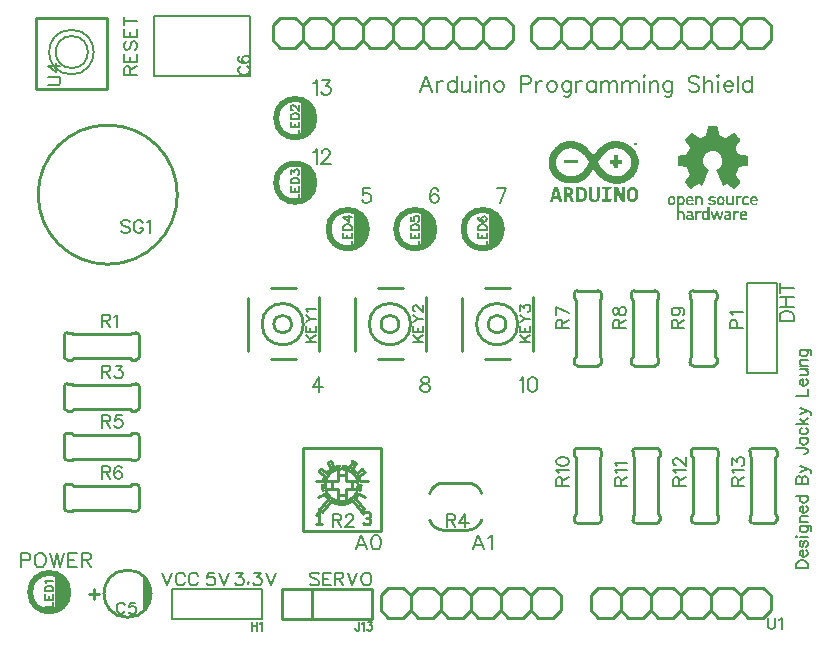
<source format=gto>
G04 Layer: TopSilkLayer*
G04 EasyEDA v6.4.7, 2020-11-04T13:22:21+08:00*
G04 c75b3099a9074dceb9129db7a55e819f,07195eaca447455c8232cfd30933a766,10*
G04 Gerber Generator version 0.2*
G04 Scale: 100 percent, Rotated: No, Reflected: No *
G04 Dimensions in inches *
G04 leading zeros omitted , absolute positions ,2 integer and 4 decimal *
%FSLAX24Y24*%
%MOIN*%
G90*
D02*

%ADD10C,0.010000*%
%ADD26C,0.007000*%
%ADD27C,0.008000*%
%ADD28C,0.007992*%
%ADD29C,0.005906*%
%ADD30C,0.005000*%
%ADD31C,0.006000*%

%LPD*%

%LPD*%
G36*
G01X23674Y16898D02*
G01X23360Y16898D01*
G01X23350Y16850D01*
G01X23344Y16823D01*
G01X23337Y16788D01*
G01X23330Y16748D01*
G01X23322Y16709D01*
G01X23315Y16671D01*
G01X23308Y16637D01*
G01X23302Y16611D01*
G01X23297Y16595D01*
G01X23287Y16583D01*
G01X23266Y16568D01*
G01X23233Y16551D01*
G01X23188Y16531D01*
G01X23148Y16515D01*
G01X23114Y16501D01*
G01X23089Y16492D01*
G01X23078Y16488D01*
G01X23058Y16498D01*
G01X23046Y16506D01*
G01X23031Y16515D01*
G01X23014Y16527D01*
G01X22994Y16540D01*
G01X22972Y16555D01*
G01X22948Y16571D01*
G01X22922Y16589D01*
G01X22894Y16608D01*
G01X22864Y16629D01*
G01X22845Y16642D01*
G01X22828Y16653D01*
G01X22815Y16660D01*
G01X22808Y16663D01*
G01X22801Y16659D01*
G01X22787Y16647D01*
G01X22768Y16630D01*
G01X22693Y16555D01*
G01X22668Y16528D01*
G01X22643Y16502D01*
G01X22622Y16478D01*
G01X22606Y16459D01*
G01X22594Y16444D01*
G01X22590Y16436D01*
G01X22592Y16428D01*
G01X22596Y16417D01*
G01X22602Y16406D01*
G01X22609Y16395D01*
G01X22622Y16378D01*
G01X22636Y16358D01*
G01X22652Y16336D01*
G01X22668Y16313D01*
G01X22700Y16265D01*
G01X22714Y16243D01*
G01X22727Y16222D01*
G01X22738Y16204D01*
G01X22747Y16189D01*
G01X22752Y16179D01*
G01X22754Y16173D01*
G01X22751Y16160D01*
G01X22740Y16134D01*
G01X22726Y16098D01*
G01X22708Y16055D01*
G01X22661Y15949D01*
G01X22567Y15932D01*
G01X22547Y15928D01*
G01X22526Y15924D01*
G01X22504Y15920D01*
G01X22483Y15916D01*
G01X22463Y15912D01*
G01X22444Y15908D01*
G01X22427Y15905D01*
G01X22414Y15902D01*
G01X22355Y15891D01*
G01X22355Y15569D01*
G01X22398Y15562D01*
G01X22421Y15558D01*
G01X22446Y15554D01*
G01X22472Y15549D01*
G01X22500Y15544D01*
G01X22527Y15538D01*
G01X22554Y15533D01*
G01X22579Y15528D01*
G01X22602Y15523D01*
G01X22621Y15519D01*
G01X22636Y15515D01*
G01X22647Y15512D01*
G01X22652Y15511D01*
G01X22656Y15505D01*
G01X22663Y15492D01*
G01X22671Y15474D01*
G01X22681Y15451D01*
G01X22691Y15425D01*
G01X22702Y15398D01*
G01X22713Y15370D01*
G01X22722Y15344D01*
G01X22731Y15319D01*
G01X22738Y15299D01*
G01X22744Y15275D01*
G01X22738Y15260D01*
G01X22721Y15232D01*
G01X22697Y15194D01*
G01X22637Y15106D01*
G01X22613Y15067D01*
G01X22597Y15039D01*
G01X22590Y15024D01*
G01X22593Y15019D01*
G01X22599Y15010D01*
G01X22609Y14997D01*
G01X22622Y14982D01*
G01X22638Y14964D01*
G01X22656Y14944D01*
G01X22676Y14924D01*
G01X22697Y14902D01*
G01X22805Y14795D01*
G01X22929Y14879D01*
G01X23052Y14963D01*
G01X23114Y14932D01*
G01X23175Y14901D01*
G01X23203Y14964D01*
G01X23208Y14976D01*
G01X23215Y14992D01*
G01X23222Y15010D01*
G01X23231Y15030D01*
G01X23240Y15053D01*
G01X23251Y15077D01*
G01X23261Y15103D01*
G01X23272Y15129D01*
G01X23296Y15185D01*
G01X23307Y15213D01*
G01X23393Y15416D01*
G01X23363Y15438D01*
G01X23338Y15457D01*
G01X23316Y15475D01*
G01X23296Y15493D01*
G01X23279Y15511D01*
G01X23263Y15530D01*
G01X23249Y15550D01*
G01X23236Y15571D01*
G01X23225Y15593D01*
G01X23215Y15616D01*
G01X23207Y15638D01*
G01X23201Y15662D01*
G01X23196Y15685D01*
G01X23193Y15708D01*
G01X23193Y15754D01*
G01X23196Y15777D01*
G01X23201Y15800D01*
G01X23207Y15823D01*
G01X23215Y15846D01*
G01X23225Y15869D01*
G01X23235Y15889D01*
G01X23247Y15908D01*
G01X23259Y15926D01*
G01X23272Y15942D01*
G01X23286Y15957D01*
G01X23301Y15971D01*
G01X23317Y15984D01*
G01X23332Y15996D01*
G01X23349Y16007D01*
G01X23367Y16017D01*
G01X23384Y16025D01*
G01X23402Y16033D01*
G01X23421Y16039D01*
G01X23440Y16044D01*
G01X23459Y16048D01*
G01X23478Y16051D01*
G01X23497Y16053D01*
G01X23536Y16053D01*
G01X23556Y16051D01*
G01X23575Y16048D01*
G01X23594Y16044D01*
G01X23613Y16039D01*
G01X23631Y16033D01*
G01X23650Y16025D01*
G01X23667Y16017D01*
G01X23685Y16007D01*
G01X23701Y15996D01*
G01X23718Y15984D01*
G01X23733Y15971D01*
G01X23748Y15957D01*
G01X23762Y15942D01*
G01X23775Y15926D01*
G01X23787Y15908D01*
G01X23798Y15889D01*
G01X23809Y15869D01*
G01X23824Y15834D01*
G01X23834Y15803D01*
G01X23838Y15771D01*
G01X23839Y15731D01*
G01X23839Y15709D01*
G01X23837Y15688D01*
G01X23834Y15667D01*
G01X23830Y15647D01*
G01X23824Y15627D01*
G01X23817Y15608D01*
G01X23809Y15590D01*
G01X23799Y15571D01*
G01X23788Y15554D01*
G01X23776Y15536D01*
G01X23762Y15519D01*
G01X23747Y15503D01*
G01X23730Y15486D01*
G01X23712Y15470D01*
G01X23693Y15454D01*
G01X23671Y15438D01*
G01X23642Y15416D01*
G01X23727Y15213D01*
G01X23738Y15185D01*
G01X23750Y15157D01*
G01X23761Y15129D01*
G01X23783Y15077D01*
G01X23793Y15053D01*
G01X23803Y15030D01*
G01X23812Y15010D01*
G01X23819Y14992D01*
G01X23826Y14976D01*
G01X23831Y14964D01*
G01X23859Y14901D01*
G01X23981Y14963D01*
G01X24229Y14795D01*
G01X24378Y14944D01*
G01X24396Y14964D01*
G01X24412Y14982D01*
G01X24425Y14997D01*
G01X24435Y15010D01*
G01X24441Y15019D01*
G01X24443Y15024D01*
G01X24438Y15039D01*
G01X24421Y15067D01*
G01X24397Y15106D01*
G01X24337Y15194D01*
G01X24313Y15232D01*
G01X24296Y15260D01*
G01X24290Y15275D01*
G01X24296Y15299D01*
G01X24303Y15319D01*
G01X24311Y15344D01*
G01X24321Y15370D01*
G01X24332Y15398D01*
G01X24343Y15425D01*
G01X24353Y15451D01*
G01X24363Y15474D01*
G01X24371Y15492D01*
G01X24378Y15505D01*
G01X24382Y15511D01*
G01X24387Y15512D01*
G01X24397Y15515D01*
G01X24413Y15519D01*
G01X24432Y15523D01*
G01X24455Y15528D01*
G01X24480Y15533D01*
G01X24507Y15538D01*
G01X24534Y15544D01*
G01X24588Y15554D01*
G01X24613Y15558D01*
G01X24635Y15562D01*
G01X24679Y15569D01*
G01X24679Y15891D01*
G01X24584Y15909D01*
G01X24564Y15913D01*
G01X24522Y15921D01*
G01X24500Y15925D01*
G01X24480Y15929D01*
G01X24461Y15932D01*
G01X24445Y15936D01*
G01X24431Y15938D01*
G01X24372Y15950D01*
G01X24326Y16056D01*
G01X24308Y16098D01*
G01X24293Y16134D01*
G01X24280Y16173D01*
G01X24282Y16179D01*
G01X24287Y16189D01*
G01X24296Y16204D01*
G01X24307Y16222D01*
G01X24320Y16243D01*
G01X24334Y16265D01*
G01X24366Y16313D01*
G01X24382Y16336D01*
G01X24397Y16358D01*
G01X24412Y16378D01*
G01X24425Y16395D01*
G01X24432Y16406D01*
G01X24438Y16417D01*
G01X24442Y16428D01*
G01X24443Y16436D01*
G01X24439Y16444D01*
G01X24428Y16459D01*
G01X24412Y16478D01*
G01X24391Y16502D01*
G01X24367Y16528D01*
G01X24341Y16555D01*
G01X24289Y16607D01*
G01X24267Y16630D01*
G01X24247Y16647D01*
G01X24234Y16659D01*
G01X24226Y16663D01*
G01X24219Y16660D01*
G01X24206Y16653D01*
G01X24189Y16642D01*
G01X24169Y16629D01*
G01X24140Y16608D01*
G01X24112Y16589D01*
G01X24086Y16571D01*
G01X24062Y16555D01*
G01X24040Y16540D01*
G01X24020Y16527D01*
G01X24003Y16515D01*
G01X23988Y16506D01*
G01X23976Y16498D01*
G01X23956Y16488D01*
G01X23944Y16492D01*
G01X23920Y16501D01*
G01X23886Y16515D01*
G01X23846Y16531D01*
G01X23801Y16551D01*
G01X23768Y16568D01*
G01X23747Y16583D01*
G01X23737Y16595D01*
G01X23732Y16611D01*
G01X23726Y16637D01*
G01X23719Y16671D01*
G01X23712Y16709D01*
G01X23705Y16748D01*
G01X23690Y16823D01*
G01X23685Y16850D01*
G01X23674Y16898D01*
G37*

%LPD*%
G36*
G01X24439Y14560D02*
G01X24424Y14562D01*
G01X24409Y14559D01*
G01X24385Y14548D01*
G01X24372Y14544D01*
G01X24361Y14541D01*
G01X24354Y14541D01*
G01X24352Y14544D01*
G01X24349Y14548D01*
G01X24343Y14551D01*
G01X24333Y14553D01*
G01X24290Y14553D01*
G01X24290Y14246D01*
G01X24351Y14246D01*
G01X24354Y14361D01*
G01X24356Y14426D01*
G01X24360Y14461D01*
G01X24367Y14479D01*
G01X24381Y14488D01*
G01X24393Y14493D01*
G01X24405Y14495D01*
G01X24417Y14495D01*
G01X24441Y14489D01*
G01X24451Y14490D01*
G01X24462Y14496D01*
G01X24473Y14506D01*
G01X24489Y14524D01*
G01X24493Y14536D01*
G01X24484Y14544D01*
G01X24463Y14553D01*
G01X24439Y14560D01*
G37*

%LPD*%
G36*
G01X23081Y14561D02*
G01X23066Y14561D01*
G01X23046Y14556D01*
G01X23028Y14550D01*
G01X23019Y14545D01*
G01X23007Y14537D01*
G01X23003Y14536D01*
G01X23001Y14538D01*
G01X23000Y14542D01*
G01X22997Y14546D01*
G01X22989Y14550D01*
G01X22978Y14553D01*
G01X22928Y14553D01*
G01X22928Y14246D01*
G01X23000Y14246D01*
G01X23000Y14398D01*
G01X23002Y14430D01*
G01X23005Y14454D01*
G01X23010Y14471D01*
G01X23017Y14483D01*
G01X23027Y14490D01*
G01X23040Y14494D01*
G01X23057Y14494D01*
G01X23074Y14493D01*
G01X23087Y14489D01*
G01X23098Y14481D01*
G01X23106Y14468D01*
G01X23112Y14450D01*
G01X23116Y14425D01*
G01X23119Y14394D01*
G01X23121Y14354D01*
G01X23125Y14246D01*
G01X23184Y14246D01*
G01X23184Y14404D01*
G01X23181Y14441D01*
G01X23177Y14471D01*
G01X23171Y14495D01*
G01X23162Y14514D01*
G01X23151Y14528D01*
G01X23136Y14540D01*
G01X23117Y14549D01*
G01X23096Y14558D01*
G01X23081Y14561D01*
G37*

%LPD*%
G36*
G01X24034Y14553D02*
G01X23962Y14553D01*
G01X23962Y14448D01*
G01X23963Y14406D01*
G01X23965Y14371D01*
G01X23968Y14342D01*
G01X23972Y14318D01*
G01X23979Y14299D01*
G01X23987Y14284D01*
G01X23998Y14271D01*
G01X24011Y14261D01*
G01X24042Y14248D01*
G01X24077Y14244D01*
G01X24111Y14248D01*
G01X24137Y14262D01*
G01X24147Y14271D01*
G01X24154Y14275D01*
G01X24156Y14272D01*
G01X24157Y14263D01*
G01X24159Y14255D01*
G01X24164Y14250D01*
G01X24174Y14247D01*
G01X24188Y14246D01*
G01X24218Y14246D01*
G01X24218Y14553D01*
G01X24157Y14553D01*
G01X24157Y14453D01*
G01X24156Y14413D01*
G01X24154Y14381D01*
G01X24150Y14355D01*
G01X24144Y14336D01*
G01X24135Y14323D01*
G01X24124Y14314D01*
G01X24110Y14309D01*
G01X24092Y14308D01*
G01X24074Y14309D01*
G01X24061Y14312D01*
G01X24051Y14318D01*
G01X24043Y14329D01*
G01X24039Y14346D01*
G01X24036Y14370D01*
G01X24034Y14402D01*
G01X24034Y14553D01*
G37*

%LPD*%
G36*
G01X23801Y14557D02*
G01X23769Y14557D01*
G01X23738Y14550D01*
G01X23718Y14542D01*
G01X23701Y14531D01*
G01X23688Y14518D01*
G01X23677Y14502D01*
G01X23669Y14483D01*
G01X23664Y14460D01*
G01X23661Y14432D01*
G01X23660Y14400D01*
G01X23661Y14358D01*
G01X23664Y14330D01*
G01X23671Y14308D01*
G01X23682Y14290D01*
G01X23694Y14276D01*
G01X23709Y14265D01*
G01X23725Y14256D01*
G01X23742Y14249D01*
G01X23760Y14244D01*
G01X23778Y14242D01*
G01X23797Y14243D01*
G01X23816Y14246D01*
G01X23834Y14251D01*
G01X23851Y14259D01*
G01X23867Y14270D01*
G01X23881Y14283D01*
G01X23894Y14299D01*
G01X23902Y14319D01*
G01X23906Y14346D01*
G01X23909Y14388D01*
G01X23910Y14417D01*
G01X23909Y14443D01*
G01X23906Y14464D01*
G01X23902Y14482D01*
G01X23895Y14497D01*
G01X23886Y14511D01*
G01X23874Y14523D01*
G01X23860Y14534D01*
G01X23832Y14549D01*
G01X23801Y14557D01*
G37*

%LPC*%
G36*
G01X23792Y14495D02*
G01X23776Y14495D01*
G01X23761Y14491D01*
G01X23747Y14483D01*
G01X23735Y14470D01*
G01X23726Y14454D01*
G01X23719Y14421D01*
G01X23720Y14381D01*
G01X23727Y14345D01*
G01X23740Y14321D01*
G01X23761Y14308D01*
G01X23786Y14306D01*
G01X23811Y14312D01*
G01X23831Y14328D01*
G01X23839Y14341D01*
G01X23844Y14357D01*
G01X23848Y14377D01*
G01X23850Y14397D01*
G01X23849Y14418D01*
G01X23846Y14437D01*
G01X23842Y14454D01*
G01X23835Y14468D01*
G01X23822Y14482D01*
G01X23808Y14491D01*
G01X23792Y14495D01*
G37*

%LPD*%
G36*
G01X22759Y14559D02*
G01X22738Y14559D01*
G01X22716Y14557D01*
G01X22701Y14551D01*
G01X22686Y14543D01*
G01X22672Y14531D01*
G01X22659Y14517D01*
G01X22647Y14501D01*
G01X22637Y14483D01*
G01X22630Y14465D01*
G01X22626Y14446D01*
G01X22623Y14419D01*
G01X22622Y14394D01*
G01X22623Y14369D01*
G01X22627Y14347D01*
G01X22633Y14327D01*
G01X22641Y14308D01*
G01X22651Y14292D01*
G01X22664Y14277D01*
G01X22681Y14263D01*
G01X22703Y14253D01*
G01X22727Y14246D01*
G01X22752Y14242D01*
G01X22778Y14243D01*
G01X22803Y14248D01*
G01X22827Y14256D01*
G01X22848Y14268D01*
G01X22877Y14289D01*
G01X22852Y14309D01*
G01X22837Y14320D01*
G01X22827Y14324D01*
G01X22816Y14322D01*
G01X22803Y14313D01*
G01X22778Y14301D01*
G01X22754Y14298D01*
G01X22730Y14306D01*
G01X22708Y14323D01*
G01X22693Y14339D01*
G01X22684Y14351D01*
G01X22681Y14361D01*
G01X22685Y14369D01*
G01X22697Y14374D01*
G01X22716Y14377D01*
G01X22744Y14379D01*
G01X22877Y14379D01*
G01X22877Y14423D01*
G01X22876Y14445D01*
G01X22871Y14465D01*
G01X22864Y14484D01*
G01X22855Y14502D01*
G01X22843Y14517D01*
G01X22830Y14530D01*
G01X22814Y14541D01*
G01X22797Y14550D01*
G01X22778Y14556D01*
G01X22759Y14559D01*
G37*

%LPC*%
G36*
G01X22760Y14501D02*
G01X22749Y14502D01*
G01X22728Y14496D01*
G01X22706Y14482D01*
G01X22689Y14463D01*
G01X22682Y14444D01*
G01X22686Y14438D01*
G01X22698Y14434D01*
G01X22718Y14431D01*
G01X22749Y14430D01*
G01X22792Y14433D01*
G01X22813Y14440D01*
G01X22813Y14455D01*
G01X22795Y14480D01*
G01X22785Y14488D01*
G01X22773Y14496D01*
G01X22760Y14501D01*
G37*

%LPD*%
G36*
G01X22170Y14555D02*
G01X22147Y14558D01*
G01X22123Y14556D01*
G01X22100Y14550D01*
G01X22080Y14542D01*
G01X22063Y14531D01*
G01X22050Y14518D01*
G01X22039Y14502D01*
G01X22031Y14483D01*
G01X22026Y14460D01*
G01X22023Y14432D01*
G01X22022Y14400D01*
G01X22023Y14367D01*
G01X22026Y14339D01*
G01X22031Y14315D01*
G01X22040Y14296D01*
G01X22051Y14280D01*
G01X22065Y14267D01*
G01X22084Y14257D01*
G01X22106Y14248D01*
G01X22125Y14244D01*
G01X22145Y14242D01*
G01X22165Y14243D01*
G01X22184Y14248D01*
G01X22202Y14254D01*
G01X22218Y14264D01*
G01X22234Y14276D01*
G01X22246Y14290D01*
G01X22255Y14307D01*
G01X22263Y14331D01*
G01X22268Y14359D01*
G01X22271Y14389D01*
G01X22272Y14420D01*
G01X22271Y14448D01*
G01X22267Y14473D01*
G01X22260Y14491D01*
G01X22248Y14510D01*
G01X22231Y14526D01*
G01X22213Y14540D01*
G01X22192Y14549D01*
G01X22170Y14555D01*
G37*

%LPC*%
G36*
G01X22156Y14494D02*
G01X22140Y14496D01*
G01X22125Y14492D01*
G01X22111Y14486D01*
G01X22098Y14475D01*
G01X22088Y14460D01*
G01X22083Y14447D01*
G01X22081Y14429D01*
G01X22080Y14409D01*
G01X22081Y14387D01*
G01X22084Y14366D01*
G01X22089Y14347D01*
G01X22094Y14332D01*
G01X22102Y14321D01*
G01X22123Y14309D01*
G01X22148Y14306D01*
G01X22173Y14312D01*
G01X22193Y14328D01*
G01X22201Y14341D01*
G01X22206Y14357D01*
G01X22210Y14377D01*
G01X22211Y14397D01*
G01X22211Y14418D01*
G01X22208Y14437D01*
G01X22203Y14454D01*
G01X22197Y14468D01*
G01X22185Y14481D01*
G01X22171Y14490D01*
G01X22156Y14494D01*
G37*

%LPD*%
G36*
G01X23516Y14556D02*
G01X23478Y14558D01*
G01X23444Y14553D01*
G01X23421Y14543D01*
G01X23402Y14530D01*
G01X23387Y14513D01*
G01X23377Y14494D01*
G01X23372Y14475D01*
G01X23373Y14454D01*
G01X23380Y14434D01*
G01X23392Y14414D01*
G01X23408Y14399D01*
G01X23426Y14388D01*
G01X23450Y14381D01*
G01X23483Y14374D01*
G01X23515Y14368D01*
G01X23535Y14362D01*
G01X23547Y14354D01*
G01X23551Y14344D01*
G01X23551Y14329D01*
G01X23544Y14316D01*
G01X23532Y14307D01*
G01X23516Y14301D01*
G01X23497Y14299D01*
G01X23475Y14301D01*
G01X23452Y14307D01*
G01X23428Y14317D01*
G01X23407Y14328D01*
G01X23394Y14332D01*
G01X23385Y14329D01*
G01X23375Y14319D01*
G01X23363Y14304D01*
G01X23360Y14294D01*
G01X23367Y14284D01*
G01X23384Y14271D01*
G01X23408Y14258D01*
G01X23435Y14248D01*
G01X23464Y14243D01*
G01X23493Y14241D01*
G01X23520Y14243D01*
G01X23546Y14249D01*
G01X23569Y14259D01*
G01X23589Y14273D01*
G01X23601Y14286D01*
G01X23609Y14301D01*
G01X23613Y14319D01*
G01X23614Y14342D01*
G01X23610Y14375D01*
G01X23598Y14400D01*
G01X23577Y14416D01*
G01X23547Y14425D01*
G01X23532Y14427D01*
G01X23478Y14436D01*
G01X23459Y14440D01*
G01X23447Y14445D01*
G01X23442Y14453D01*
G01X23440Y14466D01*
G01X23449Y14489D01*
G01X23473Y14501D01*
G01X23506Y14501D01*
G01X23544Y14488D01*
G01X23560Y14481D01*
G01X23571Y14479D01*
G01X23581Y14484D01*
G01X23593Y14496D01*
G01X23614Y14519D01*
G01X23586Y14535D01*
G01X23554Y14548D01*
G01X23516Y14556D01*
G37*

%LPD*%
G36*
G01X24647Y14560D02*
G01X24628Y14562D01*
G01X24624Y14561D01*
G01X24598Y14556D01*
G01X24574Y14550D01*
G01X24553Y14539D01*
G01X24535Y14524D01*
G01X24520Y14506D01*
G01X24508Y14484D01*
G01X24500Y14459D01*
G01X24494Y14430D01*
G01X24493Y14399D01*
G01X24494Y14367D01*
G01X24500Y14339D01*
G01X24509Y14314D01*
G01X24521Y14293D01*
G01X24537Y14276D01*
G01X24557Y14261D01*
G01X24581Y14250D01*
G01X24608Y14242D01*
G01X24638Y14241D01*
G01X24671Y14247D01*
G01X24702Y14259D01*
G01X24724Y14275D01*
G01X24732Y14286D01*
G01X24735Y14294D01*
G01X24731Y14302D01*
G01X24721Y14312D01*
G01X24710Y14321D01*
G01X24701Y14324D01*
G01X24690Y14323D01*
G01X24678Y14317D01*
G01X24666Y14313D01*
G01X24652Y14309D01*
G01X24637Y14306D01*
G01X24623Y14305D01*
G01X24594Y14312D01*
G01X24573Y14330D01*
G01X24560Y14360D01*
G01X24556Y14400D01*
G01X24560Y14440D01*
G01X24573Y14469D01*
G01X24594Y14487D01*
G01X24623Y14494D01*
G01X24637Y14494D01*
G01X24652Y14491D01*
G01X24666Y14487D01*
G01X24690Y14477D01*
G01X24701Y14476D01*
G01X24710Y14479D01*
G01X24721Y14488D01*
G01X24731Y14498D01*
G01X24735Y14506D01*
G01X24732Y14513D01*
G01X24724Y14524D01*
G01X24705Y14538D01*
G01X24676Y14551D01*
G01X24647Y14560D01*
G37*

%LPD*%
G36*
G01X24912Y14557D02*
G01X24891Y14559D01*
G01X24869Y14557D01*
G01X24846Y14553D01*
G01X24831Y14546D01*
G01X24817Y14538D01*
G01X24804Y14528D01*
G01X24793Y14515D01*
G01X24784Y14500D01*
G01X24776Y14484D01*
G01X24770Y14465D01*
G01X24765Y14446D01*
G01X24763Y14424D01*
G01X24762Y14401D01*
G01X24763Y14377D01*
G01X24766Y14352D01*
G01X24772Y14328D01*
G01X24782Y14306D01*
G01X24795Y14287D01*
G01X24812Y14271D01*
G01X24831Y14258D01*
G01X24852Y14248D01*
G01X24874Y14242D01*
G01X24897Y14240D01*
G01X24922Y14242D01*
G01X24946Y14247D01*
G01X24969Y14257D01*
G01X24992Y14271D01*
G01X25003Y14280D01*
G01X25006Y14287D01*
G01X25002Y14295D01*
G01X24990Y14308D01*
G01X24977Y14320D01*
G01X24968Y14325D01*
G01X24958Y14323D01*
G01X24944Y14314D01*
G01X24919Y14301D01*
G01X24894Y14298D01*
G01X24870Y14306D01*
G01X24847Y14323D01*
G01X24832Y14339D01*
G01X24823Y14351D01*
G01X24821Y14361D01*
G01X24825Y14369D01*
G01X24837Y14374D01*
G01X24856Y14377D01*
G01X24884Y14379D01*
G01X25017Y14379D01*
G01X25017Y14415D01*
G01X25015Y14440D01*
G01X25011Y14463D01*
G01X25003Y14484D01*
G01X24993Y14502D01*
G01X24981Y14519D01*
G01X24966Y14532D01*
G01X24950Y14544D01*
G01X24932Y14552D01*
G01X24912Y14557D01*
G37*

%LPC*%
G36*
G01X24913Y14494D02*
G01X24890Y14501D01*
G01X24866Y14497D01*
G01X24843Y14482D01*
G01X24823Y14457D01*
G01X24824Y14442D01*
G01X24846Y14433D01*
G01X24889Y14430D01*
G01X24915Y14431D01*
G01X24936Y14433D01*
G01X24950Y14436D01*
G01X24956Y14440D01*
G01X24954Y14445D01*
G01X24949Y14453D01*
G01X24943Y14464D01*
G01X24934Y14475D01*
G01X24913Y14494D01*
G37*

%LPD*%
G36*
G01X24239Y14062D02*
G01X24208Y14062D01*
G01X24208Y13755D01*
G01X24269Y13755D01*
G01X24269Y13861D01*
G01X24270Y13917D01*
G01X24273Y13951D01*
G01X24279Y13972D01*
G01X24290Y13985D01*
G01X24301Y13993D01*
G01X24313Y13998D01*
G01X24327Y13999D01*
G01X24343Y13998D01*
G01X24361Y13996D01*
G01X24374Y13998D01*
G01X24385Y14005D01*
G01X24396Y14018D01*
G01X24406Y14032D01*
G01X24409Y14040D01*
G01X24408Y14047D01*
G01X24402Y14053D01*
G01X24378Y14060D01*
G01X24347Y14061D01*
G01X24317Y14056D01*
G01X24292Y14046D01*
G01X24280Y14038D01*
G01X24273Y14035D01*
G01X24270Y14038D01*
G01X24269Y14046D01*
G01X24268Y14053D01*
G01X24262Y14058D01*
G01X24252Y14061D01*
G01X24239Y14062D01*
G37*

%LPD*%
G36*
G01X23110Y14062D02*
G01X23082Y14064D01*
G01X23058Y14061D01*
G01X23046Y14057D01*
G01X23034Y14052D01*
G01X23022Y14046D01*
G01X23015Y14041D01*
G01X23007Y14036D01*
G01X23003Y14034D01*
G01X23001Y14038D01*
G01X23000Y14045D01*
G01X22998Y14053D01*
G01X22993Y14058D01*
G01X22983Y14061D01*
G01X22969Y14062D01*
G01X22939Y14062D01*
G01X22939Y13755D01*
G01X23000Y13755D01*
G01X23000Y13850D01*
G01X23001Y13891D01*
G01X23003Y13924D01*
G01X23007Y13950D01*
G01X23013Y13969D01*
G01X23022Y13982D01*
G01X23034Y13990D01*
G01X23050Y13995D01*
G01X23070Y13996D01*
G01X23091Y13998D01*
G01X23108Y14002D01*
G01X23123Y14009D01*
G01X23135Y14019D01*
G01X23143Y14028D01*
G01X23149Y14036D01*
G01X23152Y14043D01*
G01X23152Y14047D01*
G01X23135Y14055D01*
G01X23110Y14062D01*
G37*

%LPD*%
G36*
G01X22495Y14556D02*
G01X22474Y14558D01*
G01X22452Y14556D01*
G01X22429Y14549D01*
G01X22416Y14544D01*
G01X22406Y14541D01*
G01X22398Y14541D01*
G01X22396Y14544D01*
G01X22393Y14548D01*
G01X22387Y14551D01*
G01X22377Y14553D01*
G01X22334Y14553D01*
G01X22334Y13755D01*
G01X22396Y13755D01*
G01X22396Y13928D01*
G01X22399Y13963D01*
G01X22406Y13981D01*
G01X22417Y13990D01*
G01X22443Y13999D01*
G01X22468Y13998D01*
G01X22490Y13988D01*
G01X22506Y13970D01*
G01X22511Y13953D01*
G01X22515Y13925D01*
G01X22518Y13890D01*
G01X22518Y13850D01*
G01X22519Y13755D01*
G01X22580Y13755D01*
G01X22580Y13904D01*
G01X22577Y13939D01*
G01X22574Y13969D01*
G01X22568Y13994D01*
G01X22561Y14014D01*
G01X22552Y14030D01*
G01X22542Y14043D01*
G01X22528Y14052D01*
G01X22503Y14061D01*
G01X22473Y14063D01*
G01X22443Y14061D01*
G01X22418Y14052D01*
G01X22405Y14048D01*
G01X22398Y14057D01*
G01X22396Y14089D01*
G01X22396Y14265D01*
G01X22436Y14249D01*
G01X22459Y14241D01*
G01X22476Y14239D01*
G01X22493Y14243D01*
G01X22515Y14253D01*
G01X22534Y14263D01*
G01X22548Y14276D01*
G01X22559Y14290D01*
G01X22567Y14308D01*
G01X22572Y14326D01*
G01X22576Y14347D01*
G01X22578Y14370D01*
G01X22579Y14394D01*
G01X22579Y14418D01*
G01X22577Y14442D01*
G01X22574Y14464D01*
G01X22569Y14484D01*
G01X22561Y14506D01*
G01X22548Y14524D01*
G01X22533Y14539D01*
G01X22515Y14550D01*
G01X22495Y14556D01*
G37*

%LPC*%
G36*
G01X22471Y14492D02*
G01X22449Y14495D01*
G01X22426Y14488D01*
G01X22412Y14480D01*
G01X22405Y14466D01*
G01X22400Y14443D01*
G01X22398Y14404D01*
G01X22397Y14369D01*
G01X22399Y14344D01*
G01X22403Y14328D01*
G01X22411Y14318D01*
G01X22431Y14309D01*
G01X22454Y14306D01*
G01X22477Y14310D01*
G01X22496Y14321D01*
G01X22503Y14332D01*
G01X22508Y14347D01*
G01X22513Y14366D01*
G01X22515Y14387D01*
G01X22516Y14408D01*
G01X22515Y14428D01*
G01X22511Y14446D01*
G01X22506Y14460D01*
G01X22491Y14480D01*
G01X22471Y14492D01*
G37*

%LPD*%
G36*
G01X23482Y14061D02*
G01X23470Y14062D01*
G01X23456Y14061D01*
G01X23447Y14059D01*
G01X23443Y14055D01*
G01X23443Y14049D01*
G01X23445Y14044D01*
G01X23448Y14033D01*
G01X23453Y14018D01*
G01X23460Y13999D01*
G01X23467Y13976D01*
G01X23475Y13951D01*
G01X23484Y13924D01*
G01X23493Y13895D01*
G01X23538Y13754D01*
G01X23567Y13757D01*
G01X23582Y13760D01*
G01X23592Y13765D01*
G01X23600Y13773D01*
G01X23605Y13786D01*
G01X23610Y13801D01*
G01X23617Y13825D01*
G01X23635Y13885D01*
G01X23644Y13914D01*
G01X23651Y13938D01*
G01X23657Y13954D01*
G01X23660Y13959D01*
G01X23663Y13954D01*
G01X23669Y13938D01*
G01X23677Y13914D01*
G01X23686Y13885D01*
G01X23704Y13825D01*
G01X23711Y13801D01*
G01X23716Y13786D01*
G01X23721Y13773D01*
G01X23728Y13765D01*
G01X23739Y13760D01*
G01X23754Y13757D01*
G01X23784Y13754D01*
G01X23828Y13894D01*
G01X23837Y13923D01*
G01X23846Y13950D01*
G01X23854Y13975D01*
G01X23861Y13998D01*
G01X23867Y14017D01*
G01X23872Y14032D01*
G01X23876Y14043D01*
G01X23877Y14048D01*
G01X23878Y14055D01*
G01X23873Y14059D01*
G01X23863Y14061D01*
G01X23847Y14062D01*
G01X23828Y14061D01*
G01X23817Y14057D01*
G01X23810Y14048D01*
G01X23806Y14034D01*
G01X23801Y14011D01*
G01X23796Y13987D01*
G01X23789Y13963D01*
G01X23783Y13939D01*
G01X23777Y13917D01*
G01X23771Y13898D01*
G01X23761Y13873D01*
G01X23754Y13867D01*
G01X23746Y13876D01*
G01X23734Y13905D01*
G01X23717Y13958D01*
G01X23699Y14013D01*
G01X23686Y14045D01*
G01X23674Y14059D01*
G01X23660Y14062D01*
G01X23646Y14059D01*
G01X23635Y14045D01*
G01X23622Y14014D01*
G01X23604Y13959D01*
G01X23590Y13919D01*
G01X23578Y13888D01*
G01X23569Y13869D01*
G01X23563Y13864D01*
G01X23559Y13873D01*
G01X23552Y13891D01*
G01X23545Y13915D01*
G01X23538Y13943D01*
G01X23528Y13981D01*
G01X23521Y14009D01*
G01X23514Y14030D01*
G01X23507Y14045D01*
G01X23500Y14054D01*
G01X23492Y14059D01*
G01X23482Y14061D01*
G37*

%LPD*%
G36*
G01X24566Y14065D02*
G01X24557Y14066D01*
G01X24544Y14065D01*
G01X24512Y14057D01*
G01X24496Y14051D01*
G01X24481Y14044D01*
G01X24468Y14037D01*
G01X24459Y14032D01*
G01X24450Y14021D01*
G01X24442Y14006D01*
G01X24435Y13988D01*
G01X24430Y13967D01*
G01X24426Y13945D01*
G01X24425Y13921D01*
G01X24425Y13898D01*
G01X24426Y13874D01*
G01X24430Y13852D01*
G01X24435Y13831D01*
G01X24442Y13813D01*
G01X24450Y13798D01*
G01X24468Y13780D01*
G01X24491Y13765D01*
G01X24517Y13756D01*
G01X24545Y13751D01*
G01X24574Y13751D01*
G01X24602Y13755D01*
G01X24629Y13765D01*
G01X24654Y13780D01*
G01X24665Y13789D01*
G01X24668Y13796D01*
G01X24663Y13804D01*
G01X24649Y13815D01*
G01X24635Y13825D01*
G01X24624Y13829D01*
G01X24615Y13828D01*
G01X24603Y13821D01*
G01X24579Y13809D01*
G01X24552Y13807D01*
G01X24526Y13813D01*
G01X24505Y13826D01*
G01X24492Y13841D01*
G01X24484Y13852D01*
G01X24483Y13861D01*
G01X24488Y13868D01*
G01X24500Y13873D01*
G01X24520Y13876D01*
G01X24547Y13877D01*
G01X24583Y13878D01*
G01X24682Y13878D01*
G01X24676Y13933D01*
G01X24672Y13961D01*
G01X24667Y13985D01*
G01X24659Y14004D01*
G01X24648Y14020D01*
G01X24635Y14034D01*
G01X24617Y14045D01*
G01X24594Y14055D01*
G01X24566Y14065D01*
G37*

%LPC*%
G36*
G01X24562Y14007D02*
G01X24542Y14010D01*
G01X24523Y14004D01*
G01X24505Y13990D01*
G01X24486Y13966D01*
G01X24486Y13950D01*
G01X24507Y13942D01*
G01X24550Y13939D01*
G01X24586Y13940D01*
G01X24605Y13942D01*
G01X24611Y13948D01*
G01X24610Y13960D01*
G01X24606Y13969D01*
G01X24600Y13979D01*
G01X24592Y13988D01*
G01X24583Y13996D01*
G01X24562Y14007D01*
G37*

%LPD*%
G36*
G01X23410Y14185D02*
G01X23338Y14185D01*
G01X23338Y14113D01*
G01X23336Y14071D01*
G01X23332Y14048D01*
G01X23324Y14043D01*
G01X23310Y14053D01*
G01X23290Y14062D01*
G01X23260Y14063D01*
G01X23227Y14059D01*
G01X23200Y14048D01*
G01X23188Y14038D01*
G01X23178Y14023D01*
G01X23170Y14006D01*
G01X23163Y13985D01*
G01X23159Y13961D01*
G01X23156Y13935D01*
G01X23155Y13906D01*
G01X23156Y13875D01*
G01X23160Y13840D01*
G01X23165Y13815D01*
G01X23172Y13796D01*
G01X23184Y13781D01*
G01X23209Y13762D01*
G01X23238Y13751D01*
G01X23270Y13751D01*
G01X23302Y13759D01*
G01X23316Y13765D01*
G01X23327Y13767D01*
G01X23335Y13767D01*
G01X23338Y13765D01*
G01X23341Y13761D01*
G01X23348Y13758D01*
G01X23360Y13755D01*
G01X23410Y13755D01*
G01X23410Y14185D01*
G37*

%LPC*%
G36*
G01X23310Y13995D02*
G01X23283Y14001D01*
G01X23255Y13997D01*
G01X23234Y13984D01*
G01X23228Y13972D01*
G01X23224Y13955D01*
G01X23221Y13932D01*
G01X23220Y13906D01*
G01X23221Y13874D01*
G01X23225Y13853D01*
G01X23232Y13838D01*
G01X23244Y13825D01*
G01X23264Y13815D01*
G01X23284Y13811D01*
G01X23304Y13816D01*
G01X23325Y13829D01*
G01X23330Y13838D01*
G01X23334Y13854D01*
G01X23336Y13875D01*
G01X23338Y13899D01*
G01X23337Y13924D01*
G01X23335Y13947D01*
G01X23332Y13967D01*
G01X23327Y13981D01*
G01X23310Y13995D01*
G37*

%LPD*%
G36*
G01X22775Y14063D02*
G01X22748Y14067D01*
G01X22727Y14066D01*
G01X22704Y14062D01*
G01X22690Y14057D01*
G01X22675Y14051D01*
G01X22663Y14044D01*
G01X22654Y14038D01*
G01X22645Y14028D01*
G01X22643Y14021D01*
G01X22647Y14015D01*
G01X22657Y14006D01*
G01X22674Y13996D01*
G01X22688Y13991D01*
G01X22700Y13993D01*
G01X22708Y14001D01*
G01X22724Y14009D01*
G01X22751Y14010D01*
G01X22778Y14004D01*
G01X22799Y13992D01*
G01X22815Y13969D01*
G01X22813Y13953D01*
G01X22792Y13942D01*
G01X22749Y13936D01*
G01X22722Y13933D01*
G01X22697Y13928D01*
G01X22676Y13924D01*
G01X22664Y13919D01*
G01X22649Y13908D01*
G01X22638Y13893D01*
G01X22630Y13874D01*
G01X22626Y13854D01*
G01X22625Y13833D01*
G01X22628Y13813D01*
G01X22636Y13794D01*
G01X22647Y13778D01*
G01X22662Y13767D01*
G01X22681Y13759D01*
G01X22702Y13753D01*
G01X22724Y13750D01*
G01X22747Y13750D01*
G01X22768Y13753D01*
G01X22787Y13759D01*
G01X22803Y13767D01*
G01X22809Y13771D01*
G01X22813Y13773D01*
G01X22815Y13771D01*
G01X22815Y13766D01*
G01X22818Y13762D01*
G01X22825Y13758D01*
G01X22834Y13756D01*
G01X22846Y13755D01*
G01X22877Y13755D01*
G01X22877Y13870D01*
G01X22876Y13915D01*
G01X22873Y13952D01*
G01X22869Y13983D01*
G01X22862Y14008D01*
G01X22853Y14027D01*
G01X22842Y14041D01*
G01X22828Y14051D01*
G01X22811Y14057D01*
G01X22775Y14063D01*
G37*

%LPC*%
G36*
G01X22787Y13877D02*
G01X22756Y13878D01*
G01X22732Y13877D01*
G01X22712Y13876D01*
G01X22697Y13873D01*
G01X22689Y13871D01*
G01X22683Y13858D01*
G01X22684Y13842D01*
G01X22690Y13828D01*
G01X22702Y13817D01*
G01X22721Y13809D01*
G01X22741Y13806D01*
G01X22760Y13807D01*
G01X22777Y13811D01*
G01X22793Y13819D01*
G01X22805Y13829D01*
G01X22813Y13842D01*
G01X22815Y13858D01*
G01X22814Y13868D01*
G01X22805Y13874D01*
G01X22787Y13877D01*
G37*

%LPD*%
G36*
G01X24035Y14062D02*
G01X24002Y14064D01*
G01X23974Y14061D01*
G01X23959Y14057D01*
G01X23945Y14051D01*
G01X23932Y14044D01*
G01X23923Y14038D01*
G01X23915Y14028D01*
G01X23912Y14021D01*
G01X23915Y14014D01*
G01X23923Y14005D01*
G01X23933Y13996D01*
G01X23943Y13993D01*
G01X23957Y13995D01*
G01X23977Y14001D01*
G01X24012Y14009D01*
G01X24042Y14005D01*
G01X24063Y13992D01*
G01X24073Y13969D01*
G01X24073Y13953D01*
G01X24066Y13944D01*
G01X24045Y13939D01*
G01X24004Y13935D01*
G01X23967Y13930D01*
G01X23942Y13924D01*
G01X23925Y13915D01*
G01X23911Y13901D01*
G01X23897Y13873D01*
G01X23892Y13842D01*
G01X23897Y13811D01*
G01X23911Y13783D01*
G01X23923Y13771D01*
G01X23937Y13761D01*
G01X23954Y13754D01*
G01X23972Y13750D01*
G01X23990Y13748D01*
G01X24009Y13748D01*
G01X24027Y13752D01*
G01X24044Y13758D01*
G01X24056Y13763D01*
G01X24066Y13766D01*
G01X24072Y13767D01*
G01X24075Y13764D01*
G01X24077Y13761D01*
G01X24084Y13757D01*
G01X24094Y13755D01*
G01X24136Y13755D01*
G01X24136Y13913D01*
G01X24135Y13948D01*
G01X24132Y13977D01*
G01X24128Y14000D01*
G01X24122Y14018D01*
G01X24115Y14031D01*
G01X24107Y14041D01*
G01X24097Y14047D01*
G01X24068Y14057D01*
G01X24035Y14062D01*
G37*

%LPC*%
G36*
G01X24050Y13877D02*
G01X24020Y13878D01*
G01X23984Y13876D01*
G01X23963Y13872D01*
G01X23954Y13861D01*
G01X23952Y13841D01*
G01X23956Y13825D01*
G01X23967Y13814D01*
G01X23987Y13808D01*
G01X24018Y13806D01*
G01X24043Y13809D01*
G01X24061Y13818D01*
G01X24072Y13833D01*
G01X24075Y13854D01*
G01X24073Y13867D01*
G01X24067Y13874D01*
G01X24050Y13877D01*
G37*

%LPD*%
G36*
G01X20931Y16328D02*
G01X20892Y16328D01*
G01X20881Y16326D01*
G01X20875Y16325D01*
G01X20875Y16323D01*
G01X20879Y16319D01*
G01X20883Y16312D01*
G01X20885Y16302D01*
G01X20886Y16291D01*
G01X20886Y16280D01*
G01X20888Y16271D01*
G01X20891Y16265D01*
G01X20894Y16263D01*
G01X20897Y16265D01*
G01X20900Y16271D01*
G01X20902Y16280D01*
G01X20902Y16292D01*
G01X20903Y16305D01*
G01X20905Y16314D01*
G01X20909Y16319D01*
G01X20914Y16321D01*
G01X20920Y16319D01*
G01X20924Y16314D01*
G01X20926Y16305D01*
G01X20927Y16292D01*
G01X20929Y16273D01*
G01X20934Y16264D01*
G01X20940Y16265D01*
G01X20946Y16277D01*
G01X20948Y16285D01*
G01X20949Y16288D01*
G01X20950Y16285D01*
G01X20951Y16277D01*
G01X20953Y16267D01*
G01X20959Y16263D01*
G01X20966Y16267D01*
G01X20972Y16277D01*
G01X20976Y16285D01*
G01X20978Y16287D01*
G01X20981Y16284D01*
G01X20985Y16275D01*
G01X20988Y16269D01*
G01X20990Y16270D01*
G01X20992Y16278D01*
G01X20992Y16294D01*
G01X20990Y16317D01*
G01X20984Y16327D01*
G01X20975Y16323D01*
G01X20968Y16303D01*
G01X20962Y16284D01*
G01X20956Y16306D01*
G01X20952Y16319D01*
G01X20944Y16325D01*
G01X20931Y16328D01*
G37*

%LPD*%
G36*
G01X20305Y16386D02*
G01X20276Y16386D01*
G01X20245Y16385D01*
G01X20214Y16383D01*
G01X20188Y16382D01*
G01X20165Y16380D01*
G01X20145Y16377D01*
G01X20125Y16373D01*
G01X20106Y16368D01*
G01X20085Y16362D01*
G01X20062Y16354D01*
G01X20041Y16347D01*
G01X20020Y16338D01*
G01X19998Y16329D01*
G01X19956Y16309D01*
G01X19914Y16285D01*
G01X19893Y16272D01*
G01X19873Y16258D01*
G01X19852Y16244D01*
G01X19832Y16228D01*
G01X19812Y16213D01*
G01X19792Y16197D01*
G01X19772Y16180D01*
G01X19752Y16162D01*
G01X19734Y16144D01*
G01X19715Y16126D01*
G01X19696Y16107D01*
G01X19660Y16067D01*
G01X19643Y16046D01*
G01X19627Y16026D01*
G01X19610Y16004D01*
G01X19595Y15982D01*
G01X19579Y15960D01*
G01X19565Y15942D01*
G01X19555Y15930D01*
G01X19551Y15925D01*
G01X19546Y15930D01*
G01X19536Y15941D01*
G01X19522Y15958D01*
G01X19507Y15978D01*
G01X19490Y16000D01*
G01X19474Y16021D01*
G01X19440Y16061D01*
G01X19406Y16099D01*
G01X19370Y16135D01*
G01X19352Y16152D01*
G01X19333Y16168D01*
G01X19315Y16184D01*
G01X19277Y16214D01*
G01X19257Y16228D01*
G01X19238Y16242D01*
G01X19218Y16255D01*
G01X19178Y16279D01*
G01X19159Y16290D01*
G01X19138Y16300D01*
G01X19118Y16310D01*
G01X19076Y16328D01*
G01X19034Y16344D01*
G01X19013Y16351D01*
G01X18992Y16357D01*
G01X18948Y16367D01*
G01X18927Y16371D01*
G01X18905Y16375D01*
G01X18883Y16378D01*
G01X18814Y16384D01*
G01X18791Y16385D01*
G01X18724Y16385D01*
G01X18702Y16384D01*
G01X18681Y16382D01*
G01X18661Y16380D01*
G01X18623Y16374D01*
G01X18602Y16370D01*
G01X18581Y16365D01*
G01X18560Y16359D01*
G01X18539Y16352D01*
G01X18497Y16336D01*
G01X18477Y16327D01*
G01X18437Y16307D01*
G01X18418Y16296D01*
G01X18398Y16284D01*
G01X18380Y16272D01*
G01X18361Y16259D01*
G01X18343Y16246D01*
G01X18325Y16232D01*
G01X18291Y16202D01*
G01X18274Y16186D01*
G01X18258Y16170D01*
G01X18243Y16153D01*
G01X18227Y16136D01*
G01X18213Y16118D01*
G01X18198Y16100D01*
G01X18185Y16082D01*
G01X18172Y16063D01*
G01X18159Y16043D01*
G01X18135Y16003D01*
G01X18125Y15983D01*
G01X18114Y15962D01*
G01X18105Y15941D01*
G01X18096Y15919D01*
G01X18088Y15898D01*
G01X18080Y15876D01*
G01X18073Y15853D01*
G01X18067Y15831D01*
G01X18062Y15809D01*
G01X18058Y15784D01*
G01X18055Y15757D01*
G01X18052Y15728D01*
G01X18051Y15697D01*
G01X18050Y15667D01*
G01X18050Y15636D01*
G01X18051Y15607D01*
G01X18053Y15579D01*
G01X18055Y15553D01*
G01X18059Y15530D01*
G01X18063Y15510D01*
G01X18069Y15487D01*
G01X18076Y15465D01*
G01X18084Y15444D01*
G01X18092Y15422D01*
G01X18101Y15401D01*
G01X18110Y15381D01*
G01X18121Y15361D01*
G01X18131Y15341D01*
G01X18143Y15321D01*
G01X18155Y15303D01*
G01X18168Y15284D01*
G01X18182Y15265D01*
G01X18196Y15247D01*
G01X18211Y15230D01*
G01X18227Y15212D01*
G01X18244Y15195D01*
G01X18278Y15163D01*
G01X18296Y15148D01*
G01X18313Y15133D01*
G01X18332Y15119D01*
G01X18350Y15106D01*
G01X18369Y15093D01*
G01X18389Y15081D01*
G01X18408Y15069D01*
G01X18428Y15059D01*
G01X18449Y15048D01*
G01X18469Y15038D01*
G01X18490Y15030D01*
G01X18512Y15021D01*
G01X18533Y15013D01*
G01X18555Y15006D01*
G01X18577Y15000D01*
G01X18600Y14994D01*
G01X18622Y14989D01*
G01X18645Y14984D01*
G01X18668Y14980D01*
G01X18716Y14974D01*
G01X18740Y14972D01*
G01X18764Y14971D01*
G01X18838Y14971D01*
G01X18863Y14973D01*
G01X18911Y14977D01*
G01X18935Y14980D01*
G01X18958Y14984D01*
G01X18981Y14989D01*
G01X19003Y14994D01*
G01X19025Y15000D01*
G01X19047Y15007D01*
G01X19068Y15014D01*
G01X19089Y15022D01*
G01X19131Y15040D01*
G01X19171Y15062D01*
G01X19191Y15074D01*
G01X19210Y15086D01*
G01X19230Y15100D01*
G01X19268Y15130D01*
G01X19287Y15146D01*
G01X19325Y15180D01*
G01X19344Y15199D01*
G01X19363Y15219D01*
G01X19381Y15239D01*
G01X19419Y15283D01*
G01X19438Y15306D01*
G01X19456Y15330D01*
G01X19475Y15355D01*
G01X19494Y15382D01*
G01X19541Y15447D01*
G01X19568Y15408D01*
G01X19584Y15385D01*
G01X19600Y15363D01*
G01X19617Y15341D01*
G01X19633Y15320D01*
G01X19667Y15280D01*
G01X19685Y15261D01*
G01X19702Y15242D01*
G01X19721Y15224D01*
G01X19739Y15206D01*
G01X19758Y15189D01*
G01X19796Y15157D01*
G01X19815Y15142D01*
G01X19835Y15127D01*
G01X19856Y15113D01*
G01X19876Y15100D01*
G01X19897Y15086D01*
G01X19939Y15062D01*
G01X19983Y15040D01*
G01X20006Y15030D01*
G01X20028Y15021D01*
G01X20051Y15011D01*
G01X20075Y15003D01*
G01X20098Y14995D01*
G01X20146Y14981D01*
G01X20166Y14976D01*
G01X20185Y14972D01*
G01X20205Y14969D01*
G01X20227Y14967D01*
G01X20252Y14966D01*
G01X20281Y14965D01*
G01X20352Y14965D01*
G01X20381Y14966D01*
G01X20405Y14967D01*
G01X20426Y14969D01*
G01X20445Y14971D01*
G01X20462Y14974D01*
G01X20498Y14984D01*
G01X20544Y15000D01*
G01X20588Y15018D01*
G01X20610Y15028D01*
G01X20631Y15038D01*
G01X20652Y15050D01*
G01X20672Y15061D01*
G01X20692Y15073D01*
G01X20730Y15099D01*
G01X20784Y15141D01*
G01X20818Y15171D01*
G01X20834Y15187D01*
G01X20849Y15203D01*
G01X20879Y15237D01*
G01X20893Y15254D01*
G01X20919Y15290D01*
G01X20931Y15308D01*
G01X20955Y15346D01*
G01X20985Y15403D01*
G01X20993Y15423D01*
G01X21002Y15443D01*
G01X21009Y15463D01*
G01X21016Y15484D01*
G01X21022Y15504D01*
G01X21028Y15525D01*
G01X21038Y15567D01*
G01X21047Y15630D01*
G01X21048Y15651D01*
G01X21049Y15673D01*
G01X21049Y15715D01*
G01X21047Y15737D01*
G01X21046Y15758D01*
G01X21043Y15780D01*
G01X21035Y15822D01*
G01X21030Y15843D01*
G01X21018Y15885D01*
G01X21008Y15913D01*
G01X20998Y15938D01*
G01X20988Y15962D01*
G01X20976Y15985D01*
G01X20952Y16029D01*
G01X20922Y16071D01*
G01X20905Y16091D01*
G01X20887Y16112D01*
G01X20867Y16134D01*
G01X20845Y16156D01*
G01X20822Y16178D01*
G01X20800Y16198D01*
G01X20777Y16217D01*
G01X20755Y16235D01*
G01X20709Y16267D01*
G01X20685Y16281D01*
G01X20661Y16294D01*
G01X20636Y16307D01*
G01X20610Y16319D01*
G01X20584Y16330D01*
G01X20556Y16340D01*
G01X20530Y16350D01*
G01X20504Y16357D01*
G01X20480Y16364D01*
G01X20456Y16370D01*
G01X20432Y16375D01*
G01X20408Y16379D01*
G01X20383Y16382D01*
G01X20358Y16384D01*
G01X20332Y16385D01*
G01X20305Y16386D01*
G37*

%LPC*%
G36*
G01X20294Y16142D02*
G01X20269Y16142D01*
G01X20244Y16141D01*
G01X20196Y16135D01*
G01X20173Y16131D01*
G01X20151Y16126D01*
G01X20130Y16119D01*
G01X20113Y16113D01*
G01X20094Y16105D01*
G01X20076Y16095D01*
G01X20056Y16084D01*
G01X20035Y16071D01*
G01X20015Y16057D01*
G01X19994Y16042D01*
G01X19973Y16026D01*
G01X19952Y16009D01*
G01X19932Y15992D01*
G01X19912Y15973D01*
G01X19893Y15955D01*
G01X19878Y15939D01*
G01X19862Y15921D01*
G01X19846Y15902D01*
G01X19829Y15882D01*
G01X19795Y15838D01*
G01X19778Y15817D01*
G01X19763Y15795D01*
G01X19748Y15774D01*
G01X19734Y15754D01*
G01X19722Y15736D01*
G01X19712Y15719D01*
G01X19704Y15705D01*
G01X19698Y15693D01*
G01X19695Y15684D01*
G01X19695Y15679D01*
G01X19702Y15663D01*
G01X19714Y15641D01*
G01X19731Y15614D01*
G01X19749Y15585D01*
G01X19769Y15554D01*
G01X19790Y15524D01*
G01X19810Y15496D01*
G01X19828Y15471D01*
G01X19862Y15431D01*
G01X19880Y15412D01*
G01X19898Y15394D01*
G01X19917Y15377D01*
G01X19935Y15360D01*
G01X19955Y15344D01*
G01X19975Y15329D01*
G01X19994Y15315D01*
G01X20015Y15301D01*
G01X20035Y15289D01*
G01X20056Y15277D01*
G01X20078Y15266D01*
G01X20099Y15257D01*
G01X20121Y15247D01*
G01X20143Y15239D01*
G01X20164Y15232D01*
G01X20186Y15226D01*
G01X20209Y15220D01*
G01X20231Y15216D01*
G01X20253Y15213D01*
G01X20276Y15210D01*
G01X20298Y15209D01*
G01X20321Y15208D01*
G01X20343Y15209D01*
G01X20366Y15210D01*
G01X20388Y15213D01*
G01X20410Y15217D01*
G01X20454Y15229D01*
G01X20475Y15237D01*
G01X20517Y15255D01*
G01X20538Y15267D01*
G01X20558Y15279D01*
G01X20578Y15292D01*
G01X20597Y15307D01*
G01X20617Y15322D01*
G01X20635Y15339D01*
G01X20654Y15357D01*
G01X20672Y15375D01*
G01X20688Y15393D01*
G01X20703Y15411D01*
G01X20717Y15429D01*
G01X20729Y15448D01*
G01X20741Y15466D01*
G01X20752Y15485D01*
G01X20770Y15523D01*
G01X20784Y15563D01*
G01X20789Y15584D01*
G01X20797Y15626D01*
G01X20800Y15648D01*
G01X20802Y15694D01*
G01X20801Y15718D01*
G01X20800Y15740D01*
G01X20796Y15763D01*
G01X20792Y15785D01*
G01X20786Y15806D01*
G01X20770Y15848D01*
G01X20760Y15869D01*
G01X20749Y15888D01*
G01X20737Y15908D01*
G01X20723Y15928D01*
G01X20708Y15946D01*
G01X20691Y15965D01*
G01X20673Y15984D01*
G01X20654Y16002D01*
G01X20639Y16015D01*
G01X20622Y16028D01*
G01X20604Y16041D01*
G01X20585Y16053D01*
G01X20565Y16065D01*
G01X20545Y16076D01*
G01X20524Y16087D01*
G01X20503Y16097D01*
G01X20481Y16105D01*
G01X20460Y16113D01*
G01X20440Y16120D01*
G01X20420Y16126D01*
G01X20396Y16131D01*
G01X20371Y16135D01*
G01X20345Y16138D01*
G01X20320Y16141D01*
G01X20294Y16142D01*
G37*
G36*
G01X18781Y16139D02*
G01X18757Y16139D01*
G01X18732Y16138D01*
G01X18686Y16134D01*
G01X18665Y16130D01*
G01X18645Y16126D01*
G01X18627Y16121D01*
G01X18602Y16111D01*
G01X18578Y16101D01*
G01X18555Y16090D01*
G01X18533Y16078D01*
G01X18512Y16064D01*
G01X18492Y16050D01*
G01X18472Y16034D01*
G01X18453Y16017D01*
G01X18435Y16000D01*
G01X18418Y15980D01*
G01X18384Y15938D01*
G01X18371Y15918D01*
G01X18347Y15878D01*
G01X18337Y15858D01*
G01X18328Y15838D01*
G01X18320Y15817D01*
G01X18313Y15797D01*
G01X18306Y15776D01*
G01X18302Y15756D01*
G01X18297Y15736D01*
G01X18294Y15715D01*
G01X18292Y15675D01*
G01X18292Y15655D01*
G01X18294Y15615D01*
G01X18297Y15596D01*
G01X18301Y15576D01*
G01X18311Y15538D01*
G01X18318Y15520D01*
G01X18326Y15501D01*
G01X18334Y15483D01*
G01X18343Y15466D01*
G01X18354Y15448D01*
G01X18365Y15431D01*
G01X18377Y15415D01*
G01X18390Y15399D01*
G01X18404Y15383D01*
G01X18418Y15368D01*
G01X18434Y15353D01*
G01X18450Y15339D01*
G01X18486Y15313D01*
G01X18505Y15300D01*
G01X18524Y15288D01*
G01X18545Y15277D01*
G01X18566Y15267D01*
G01X18588Y15257D01*
G01X18611Y15248D01*
G01X18634Y15240D01*
G01X18652Y15233D01*
G01X18688Y15225D01*
G01X18707Y15223D01*
G01X18731Y15222D01*
G01X18760Y15221D01*
G01X18851Y15221D01*
G01X18875Y15222D01*
G01X18896Y15224D01*
G01X18915Y15226D01*
G01X18933Y15230D01*
G01X18950Y15234D01*
G01X18967Y15239D01*
G01X18985Y15245D01*
G01X19003Y15253D01*
G01X19022Y15262D01*
G01X19044Y15272D01*
G01X19056Y15279D01*
G01X19070Y15288D01*
G01X19084Y15298D01*
G01X19099Y15310D01*
G01X19114Y15323D01*
G01X19131Y15337D01*
G01X19164Y15370D01*
G01X19181Y15388D01*
G01X19215Y15426D01*
G01X19233Y15447D01*
G01X19251Y15469D01*
G01X19268Y15490D01*
G01X19302Y15536D01*
G01X19318Y15559D01*
G01X19335Y15583D01*
G01X19350Y15607D01*
G01X19365Y15630D01*
G01X19405Y15694D01*
G01X19355Y15769D01*
G01X19336Y15796D01*
G01X19317Y15821D01*
G01X19299Y15846D01*
G01X19280Y15869D01*
G01X19261Y15891D01*
G01X19243Y15913D01*
G01X19224Y15933D01*
G01X19205Y15952D01*
G01X19186Y15970D01*
G01X19167Y15987D01*
G01X19148Y16003D01*
G01X19128Y16019D01*
G01X19109Y16033D01*
G01X19069Y16059D01*
G01X19029Y16081D01*
G01X19009Y16090D01*
G01X18988Y16099D01*
G01X18967Y16107D01*
G01X18946Y16114D01*
G01X18924Y16121D01*
G01X18902Y16126D01*
G01X18856Y16134D01*
G01X18806Y16138D01*
G01X18781Y16139D01*
G37*

%LPD*%
G36*
G01X19039Y15752D02*
G01X18545Y15752D01*
G01X18545Y15645D01*
G01X19039Y15645D01*
G01X19039Y15752D01*
G37*

%LPD*%
G36*
G01X20350Y15909D02*
G01X20210Y15909D01*
G01X20210Y15768D01*
G01X20078Y15768D01*
G01X20078Y15628D01*
G01X20209Y15628D01*
G01X20214Y15492D01*
G01X20346Y15492D01*
G01X20351Y15628D01*
G01X20490Y15628D01*
G01X20490Y15768D01*
G01X20350Y15768D01*
G01X20350Y15909D01*
G37*

%LPD*%
G36*
G01X20145Y14853D02*
G01X19831Y14853D01*
G01X19831Y14771D01*
G01X19938Y14771D01*
G01X19938Y14442D01*
G01X19830Y14442D01*
G01X19832Y14402D01*
G01X19835Y14363D01*
G01X20140Y14363D01*
G01X20145Y14442D01*
G01X20037Y14442D01*
G01X20037Y14770D01*
G01X20088Y14773D01*
G01X20140Y14775D01*
G01X20142Y14814D01*
G01X20145Y14853D01*
G37*

%LPD*%
G36*
G01X18360Y14845D02*
G01X18226Y14845D01*
G01X18211Y14794D01*
G01X18207Y14779D01*
G01X18201Y14758D01*
G01X18194Y14733D01*
G01X18185Y14703D01*
G01X18176Y14671D01*
G01X18165Y14636D01*
G01X18155Y14600D01*
G01X18144Y14564D01*
G01X18134Y14528D01*
G01X18123Y14494D01*
G01X18114Y14462D01*
G01X18105Y14433D01*
G01X18098Y14409D01*
G01X18092Y14389D01*
G01X18088Y14376D01*
G01X18086Y14369D01*
G01X18086Y14365D01*
G01X18094Y14361D01*
G01X18108Y14359D01*
G01X18179Y14359D01*
G01X18192Y14407D01*
G01X18204Y14454D01*
G01X18288Y14456D01*
G01X18372Y14459D01*
G01X18385Y14409D01*
G01X18399Y14359D01*
G01X18477Y14359D01*
G01X18493Y14361D01*
G01X18501Y14365D01*
G01X18502Y14369D01*
G01X18501Y14373D01*
G01X18498Y14380D01*
G01X18495Y14392D01*
G01X18490Y14407D01*
G01X18485Y14424D01*
G01X18479Y14445D01*
G01X18472Y14468D01*
G01X18464Y14494D01*
G01X18456Y14521D01*
G01X18447Y14550D01*
G01X18438Y14581D01*
G01X18429Y14613D01*
G01X18360Y14845D01*
G37*

%LPC*%
G36*
G01X18297Y14728D02*
G01X18293Y14737D01*
G01X18290Y14736D01*
G01X18284Y14723D01*
G01X18275Y14695D01*
G01X18261Y14648D01*
G01X18252Y14616D01*
G01X18238Y14567D01*
G01X18235Y14555D01*
G01X18235Y14547D01*
G01X18241Y14543D01*
G01X18258Y14541D01*
G01X18289Y14540D01*
G01X18311Y14541D01*
G01X18330Y14542D01*
G01X18343Y14544D01*
G01X18347Y14546D01*
G01X18345Y14555D01*
G01X18340Y14577D01*
G01X18331Y14607D01*
G01X18322Y14643D01*
G01X18311Y14678D01*
G01X18303Y14708D01*
G01X18297Y14728D01*
G37*

%LPD*%
G36*
G01X18636Y14850D02*
G01X18601Y14851D01*
G01X18576Y14850D01*
G01X18564Y14848D01*
G01X18562Y14846D01*
G01X18560Y14842D01*
G01X18559Y14834D01*
G01X18557Y14824D01*
G01X18556Y14811D01*
G01X18556Y14794D01*
G01X18555Y14773D01*
G01X18554Y14748D01*
G01X18554Y14718D01*
G01X18553Y14684D01*
G01X18553Y14359D01*
G01X18652Y14359D01*
G01X18652Y14567D01*
G01X18675Y14561D01*
G01X18687Y14557D01*
G01X18697Y14552D01*
G01X18707Y14544D01*
G01X18717Y14534D01*
G01X18727Y14519D01*
G01X18737Y14500D01*
G01X18749Y14476D01*
G01X18763Y14445D01*
G01X18798Y14363D01*
G01X18846Y14361D01*
G01X18865Y14360D01*
G01X18881Y14361D01*
G01X18893Y14362D01*
G01X18900Y14365D01*
G01X18898Y14375D01*
G01X18890Y14399D01*
G01X18876Y14431D01*
G01X18859Y14467D01*
G01X18841Y14505D01*
G01X18823Y14538D01*
G01X18809Y14565D01*
G01X18798Y14579D01*
G01X18792Y14587D01*
G01X18791Y14592D01*
G01X18797Y14598D01*
G01X18811Y14605D01*
G01X18831Y14618D01*
G01X18846Y14633D01*
G01X18859Y14651D01*
G01X18868Y14671D01*
G01X18873Y14692D01*
G01X18875Y14714D01*
G01X18873Y14736D01*
G01X18868Y14758D01*
G01X18859Y14778D01*
G01X18847Y14796D01*
G01X18831Y14813D01*
G01X18812Y14826D01*
G01X18792Y14835D01*
G01X18766Y14841D01*
G01X18730Y14845D01*
G01X18677Y14848D01*
G01X18636Y14850D01*
G37*

%LPC*%
G36*
G01X18687Y14771D02*
G01X18652Y14771D01*
G01X18652Y14639D01*
G01X18685Y14639D01*
G01X18709Y14641D01*
G01X18729Y14646D01*
G01X18746Y14654D01*
G01X18760Y14665D01*
G01X18769Y14678D01*
G01X18774Y14694D01*
G01X18775Y14711D01*
G01X18771Y14729D01*
G01X18766Y14738D01*
G01X18759Y14747D01*
G01X18751Y14755D01*
G01X18743Y14761D01*
G01X18732Y14765D01*
G01X18718Y14768D01*
G01X18702Y14770D01*
G01X18687Y14771D01*
G37*

%LPD*%
G36*
G01X20356Y14845D02*
G01X20234Y14845D01*
G01X20236Y14604D01*
G01X20239Y14363D01*
G01X20282Y14361D01*
G01X20325Y14358D01*
G01X20329Y14696D01*
G01X20404Y14530D01*
G01X20478Y14363D01*
G01X20593Y14363D01*
G01X20597Y14845D01*
G01X20507Y14845D01*
G01X20505Y14680D01*
G01X20502Y14514D01*
G01X20429Y14680D01*
G01X20356Y14845D01*
G37*

%LPD*%
G36*
G01X19079Y14850D02*
G01X18965Y14855D01*
G01X18965Y14357D01*
G01X19062Y14361D01*
G01X19095Y14363D01*
G01X19125Y14366D01*
G01X19152Y14370D01*
G01X19177Y14376D01*
G01X19199Y14383D01*
G01X19219Y14391D01*
G01X19238Y14401D01*
G01X19254Y14413D01*
G01X19269Y14426D01*
G01X19282Y14442D01*
G01X19294Y14459D01*
G01X19306Y14478D01*
G01X19313Y14498D01*
G01X19319Y14525D01*
G01X19324Y14557D01*
G01X19327Y14591D01*
G01X19328Y14626D01*
G01X19327Y14659D01*
G01X19325Y14688D01*
G01X19320Y14711D01*
G01X19313Y14729D01*
G01X19305Y14746D01*
G01X19296Y14762D01*
G01X19285Y14777D01*
G01X19273Y14791D01*
G01X19260Y14803D01*
G01X19246Y14813D01*
G01X19231Y14823D01*
G01X19218Y14829D01*
G01X19207Y14834D01*
G01X19194Y14838D01*
G01X19179Y14841D01*
G01X19161Y14844D01*
G01X19139Y14846D01*
G01X19112Y14848D01*
G01X19079Y14850D01*
G37*

%LPC*%
G36*
G01X19099Y14771D02*
G01X19056Y14771D01*
G01X19056Y14439D01*
G01X19101Y14444D01*
G01X19123Y14447D01*
G01X19143Y14451D01*
G01X19160Y14457D01*
G01X19176Y14465D01*
G01X19188Y14475D01*
G01X19199Y14486D01*
G01X19207Y14500D01*
G01X19214Y14517D01*
G01X19219Y14536D01*
G01X19222Y14557D01*
G01X19224Y14582D01*
G01X19225Y14610D01*
G01X19224Y14640D01*
G01X19222Y14665D01*
G01X19218Y14687D01*
G01X19213Y14705D01*
G01X19206Y14720D01*
G01X19196Y14733D01*
G01X19184Y14745D01*
G01X19169Y14755D01*
G01X19155Y14762D01*
G01X19138Y14767D01*
G01X19120Y14770D01*
G01X19099Y14771D01*
G37*

%LPD*%
G36*
G01X20855Y14857D02*
G01X20836Y14858D01*
G01X20817Y14857D01*
G01X20800Y14855D01*
G01X20785Y14851D01*
G01X20768Y14845D01*
G01X20752Y14836D01*
G01X20736Y14826D01*
G01X20722Y14814D01*
G01X20708Y14801D01*
G01X20695Y14786D01*
G01X20684Y14770D01*
G01X20674Y14752D01*
G01X20663Y14727D01*
G01X20655Y14702D01*
G01X20651Y14671D01*
G01X20648Y14628D01*
G01X20647Y14592D01*
G01X20648Y14561D01*
G01X20650Y14532D01*
G01X20654Y14507D01*
G01X20660Y14484D01*
G01X20668Y14463D01*
G01X20677Y14444D01*
G01X20688Y14426D01*
G01X20702Y14409D01*
G01X20717Y14394D01*
G01X20733Y14382D01*
G01X20751Y14373D01*
G01X20769Y14365D01*
G01X20790Y14360D01*
G01X20812Y14357D01*
G01X20836Y14356D01*
G01X20860Y14357D01*
G01X20882Y14360D01*
G01X20903Y14365D01*
G01X20922Y14373D01*
G01X20939Y14382D01*
G01X20956Y14394D01*
G01X20971Y14407D01*
G01X20984Y14423D01*
G01X20996Y14440D01*
G01X21006Y14459D01*
G01X21014Y14480D01*
G01X21021Y14504D01*
G01X21027Y14529D01*
G01X21031Y14556D01*
G01X21033Y14585D01*
G01X21034Y14616D01*
G01X21033Y14644D01*
G01X21031Y14670D01*
G01X21027Y14695D01*
G01X21022Y14718D01*
G01X21016Y14739D01*
G01X21008Y14759D01*
G01X20998Y14776D01*
G01X20988Y14792D01*
G01X20976Y14807D01*
G01X20963Y14819D01*
G01X20948Y14829D01*
G01X20932Y14838D01*
G01X20914Y14844D01*
G01X20895Y14850D01*
G01X20875Y14854D01*
G01X20855Y14857D01*
G37*

%LPC*%
G36*
G01X20863Y14770D02*
G01X20847Y14771D01*
G01X20821Y14768D01*
G01X20799Y14763D01*
G01X20782Y14752D01*
G01X20769Y14736D01*
G01X20760Y14715D01*
G01X20754Y14686D01*
G01X20751Y14650D01*
G01X20750Y14606D01*
G01X20751Y14563D01*
G01X20754Y14527D01*
G01X20760Y14498D01*
G01X20768Y14476D01*
G01X20780Y14460D01*
G01X20794Y14449D01*
G01X20813Y14443D01*
G01X20835Y14442D01*
G01X20858Y14443D01*
G01X20877Y14449D01*
G01X20893Y14459D01*
G01X20906Y14473D01*
G01X20917Y14491D01*
G01X20924Y14515D01*
G01X20930Y14543D01*
G01X20933Y14577D01*
G01X20934Y14607D01*
G01X20934Y14634D01*
G01X20931Y14659D01*
G01X20928Y14683D01*
G01X20922Y14703D01*
G01X20915Y14722D01*
G01X20907Y14738D01*
G01X20898Y14750D01*
G01X20887Y14760D01*
G01X20876Y14766D01*
G01X20863Y14770D01*
G37*

%LPD*%
G36*
G01X19483Y14853D02*
G01X19394Y14853D01*
G01X19394Y14554D01*
G01X19395Y14518D01*
G01X19397Y14492D01*
G01X19399Y14473D01*
G01X19402Y14458D01*
G01X19406Y14445D01*
G01X19413Y14433D01*
G01X19423Y14416D01*
G01X19437Y14400D01*
G01X19454Y14386D01*
G01X19473Y14374D01*
G01X19494Y14364D01*
G01X19516Y14357D01*
G01X19539Y14353D01*
G01X19562Y14351D01*
G01X19592Y14353D01*
G01X19621Y14361D01*
G01X19649Y14371D01*
G01X19674Y14386D01*
G01X19697Y14404D01*
G01X19715Y14425D01*
G01X19730Y14448D01*
G01X19740Y14473D01*
G01X19742Y14482D01*
G01X19743Y14498D01*
G01X19744Y14520D01*
G01X19746Y14546D01*
G01X19747Y14575D01*
G01X19747Y14608D01*
G01X19748Y14642D01*
G01X19748Y14853D01*
G01X19658Y14853D01*
G01X19657Y14728D01*
G01X19656Y14671D01*
G01X19656Y14623D01*
G01X19655Y14583D01*
G01X19653Y14550D01*
G01X19651Y14522D01*
G01X19648Y14501D01*
G01X19645Y14484D01*
G01X19640Y14470D01*
G01X19635Y14461D01*
G01X19628Y14453D01*
G01X19621Y14447D01*
G01X19611Y14442D01*
G01X19578Y14435D01*
G01X19544Y14438D01*
G01X19515Y14451D01*
G01X19497Y14472D01*
G01X19495Y14479D01*
G01X19493Y14492D01*
G01X19492Y14512D01*
G01X19491Y14536D01*
G01X19489Y14565D01*
G01X19488Y14598D01*
G01X19487Y14633D01*
G01X19486Y14670D01*
G01X19483Y14853D01*
G37*

%LPD*%
G54D10*
G01X9150Y450D02*
G01X9150Y1450D01*
G01X9150Y1450D02*
G01X10150Y1450D01*
G01X10150Y1450D02*
G01X12150Y1450D01*
G01X12150Y1450D02*
G01X12150Y450D01*
G01X12150Y450D02*
G01X10150Y450D01*
G01X10150Y450D02*
G01X9150Y450D01*
G01X10150Y450D02*
G01X10150Y1450D01*
G54D26*
G01X4900Y19550D02*
G01X4900Y20550D01*
G01X8100Y20550D01*
G01X8100Y18550D01*
G01X4900Y18550D01*
G01X4900Y19550D01*
G54D27*
G01X6250Y1450D02*
G01X5500Y1450D01*
G01X5500Y450D01*
G01X8500Y450D01*
G01X8500Y1450D01*
G54D28*
G01X8500Y1450D02*
G01X6250Y1450D01*
G54D10*
G01X8018Y9404D02*
G01X8018Y11166D01*
G01X8788Y11481D02*
G01X9611Y11481D01*
G01X8788Y9118D02*
G01X9611Y9118D01*
G01X10381Y9404D02*
G01X10381Y11195D01*
G01X11593Y9404D02*
G01X11593Y11166D01*
G01X12363Y11481D02*
G01X13186Y11481D01*
G01X12363Y9118D02*
G01X13186Y9118D01*
G01X13956Y9404D02*
G01X13956Y11195D01*
G01X15168Y9404D02*
G01X15168Y11166D01*
G01X15938Y11481D02*
G01X16761Y11481D01*
G01X15938Y9118D02*
G01X16761Y9118D01*
G01X17531Y9404D02*
G01X17531Y11195D01*
G54D29*
G01X24650Y9400D02*
G01X24650Y8650D01*
G01X25650Y8650D01*
G01X25650Y11650D01*
G01X24650Y11650D01*
G01X24650Y11650D02*
G01X24650Y9400D01*
G54D10*
G01X15100Y20500D02*
G01X15600Y20500D01*
G01X15600Y20500D02*
G01X15850Y20250D01*
G01X15850Y20250D02*
G01X15850Y19750D01*
G01X15850Y19750D02*
G01X15600Y19500D01*
G01X13850Y20250D02*
G01X14100Y20500D01*
G01X14100Y20500D02*
G01X14600Y20500D01*
G01X14600Y20500D02*
G01X14850Y20250D01*
G01X14850Y20250D02*
G01X14850Y19750D01*
G01X14850Y19750D02*
G01X14600Y19500D01*
G01X14600Y19500D02*
G01X14100Y19500D01*
G01X14100Y19500D02*
G01X13850Y19750D01*
G01X15100Y20500D02*
G01X14850Y20250D01*
G01X14850Y19750D02*
G01X15100Y19500D01*
G01X15600Y19500D02*
G01X15100Y19500D01*
G01X12100Y20500D02*
G01X12600Y20500D01*
G01X12600Y20500D02*
G01X12850Y20250D01*
G01X12850Y20250D02*
G01X12850Y19750D01*
G01X12850Y19750D02*
G01X12600Y19500D01*
G01X12850Y20250D02*
G01X13100Y20500D01*
G01X13100Y20500D02*
G01X13600Y20500D01*
G01X13600Y20500D02*
G01X13850Y20250D01*
G01X13850Y20250D02*
G01X13850Y19750D01*
G01X13850Y19750D02*
G01X13600Y19500D01*
G01X13600Y19500D02*
G01X13100Y19500D01*
G01X13100Y19500D02*
G01X12850Y19750D01*
G01X10850Y20250D02*
G01X11100Y20500D01*
G01X11100Y20500D02*
G01X11600Y20500D01*
G01X11600Y20500D02*
G01X11850Y20250D01*
G01X11850Y20250D02*
G01X11850Y19750D01*
G01X11850Y19750D02*
G01X11600Y19500D01*
G01X11600Y19500D02*
G01X11100Y19500D01*
G01X11100Y19500D02*
G01X10850Y19750D01*
G01X12100Y20500D02*
G01X11850Y20250D01*
G01X11850Y19750D02*
G01X12100Y19500D01*
G01X12600Y19500D02*
G01X12100Y19500D01*
G01X9100Y20500D02*
G01X9600Y20500D01*
G01X9600Y20500D02*
G01X9850Y20250D01*
G01X9850Y20250D02*
G01X9850Y19750D01*
G01X9850Y19750D02*
G01X9600Y19500D01*
G01X9850Y20250D02*
G01X10100Y20500D01*
G01X10100Y20500D02*
G01X10600Y20500D01*
G01X10600Y20500D02*
G01X10850Y20250D01*
G01X10850Y20250D02*
G01X10850Y19750D01*
G01X10850Y19750D02*
G01X10600Y19500D01*
G01X10600Y19500D02*
G01X10100Y19500D01*
G01X10100Y19500D02*
G01X9850Y19750D01*
G01X8850Y20250D02*
G01X8850Y19750D01*
G01X9100Y20500D02*
G01X8850Y20250D01*
G01X8850Y19750D02*
G01X9100Y19500D01*
G01X9600Y19500D02*
G01X9100Y19500D01*
G01X16100Y20500D02*
G01X16600Y20500D01*
G01X16600Y20500D02*
G01X16850Y20250D01*
G01X16850Y20250D02*
G01X16850Y19750D01*
G01X16850Y19750D02*
G01X16600Y19500D01*
G01X16100Y20500D02*
G01X15850Y20250D01*
G01X15850Y19750D02*
G01X16100Y19500D01*
G01X16600Y19500D02*
G01X16100Y19500D01*
G01X23700Y20500D02*
G01X24200Y20500D01*
G01X24200Y20500D02*
G01X24450Y20250D01*
G01X24450Y20250D02*
G01X24450Y19750D01*
G01X24450Y19750D02*
G01X24200Y19500D01*
G01X22450Y20250D02*
G01X22700Y20500D01*
G01X22700Y20500D02*
G01X23200Y20500D01*
G01X23200Y20500D02*
G01X23450Y20250D01*
G01X23450Y20250D02*
G01X23450Y19750D01*
G01X23450Y19750D02*
G01X23200Y19500D01*
G01X23200Y19500D02*
G01X22700Y19500D01*
G01X22700Y19500D02*
G01X22450Y19750D01*
G01X23700Y20500D02*
G01X23450Y20250D01*
G01X23450Y19750D02*
G01X23700Y19500D01*
G01X24200Y19500D02*
G01X23700Y19500D01*
G01X20700Y20500D02*
G01X21200Y20500D01*
G01X21200Y20500D02*
G01X21450Y20250D01*
G01X21450Y20250D02*
G01X21450Y19750D01*
G01X21450Y19750D02*
G01X21200Y19500D01*
G01X21450Y20250D02*
G01X21700Y20500D01*
G01X21700Y20500D02*
G01X22200Y20500D01*
G01X22200Y20500D02*
G01X22450Y20250D01*
G01X22450Y20250D02*
G01X22450Y19750D01*
G01X22450Y19750D02*
G01X22200Y19500D01*
G01X22200Y19500D02*
G01X21700Y19500D01*
G01X21700Y19500D02*
G01X21450Y19750D01*
G01X19450Y20250D02*
G01X19700Y20500D01*
G01X19700Y20500D02*
G01X20200Y20500D01*
G01X20200Y20500D02*
G01X20450Y20250D01*
G01X20450Y20250D02*
G01X20450Y19750D01*
G01X20450Y19750D02*
G01X20200Y19500D01*
G01X20200Y19500D02*
G01X19700Y19500D01*
G01X19700Y19500D02*
G01X19450Y19750D01*
G01X20700Y20500D02*
G01X20450Y20250D01*
G01X20450Y19750D02*
G01X20700Y19500D01*
G01X21200Y19500D02*
G01X20700Y19500D01*
G01X17700Y20500D02*
G01X18200Y20500D01*
G01X18200Y20500D02*
G01X18450Y20250D01*
G01X18450Y20250D02*
G01X18450Y19750D01*
G01X18450Y19750D02*
G01X18200Y19500D01*
G01X18450Y20250D02*
G01X18700Y20500D01*
G01X18700Y20500D02*
G01X19200Y20500D01*
G01X19200Y20500D02*
G01X19450Y20250D01*
G01X19450Y20250D02*
G01X19450Y19750D01*
G01X19450Y19750D02*
G01X19200Y19500D01*
G01X19200Y19500D02*
G01X18700Y19500D01*
G01X18700Y19500D02*
G01X18450Y19750D01*
G01X17450Y20250D02*
G01X17450Y19750D01*
G01X17700Y20500D02*
G01X17450Y20250D01*
G01X17450Y19750D02*
G01X17700Y19500D01*
G01X18200Y19500D02*
G01X17700Y19500D01*
G01X24700Y20500D02*
G01X25200Y20500D01*
G01X25200Y20500D02*
G01X25450Y20250D01*
G01X25450Y20250D02*
G01X25450Y19750D01*
G01X25450Y19750D02*
G01X25200Y19500D01*
G01X24700Y20500D02*
G01X24450Y20250D01*
G01X24450Y19750D02*
G01X24700Y19500D01*
G01X25200Y19500D02*
G01X24700Y19500D01*
G01X17700Y1500D02*
G01X18200Y1500D01*
G01X18200Y1500D02*
G01X18450Y1250D01*
G01X18450Y750D02*
G01X18200Y500D01*
G01X16450Y1250D02*
G01X16700Y1500D01*
G01X16700Y1500D02*
G01X17200Y1500D01*
G01X17200Y1500D02*
G01X17450Y1250D01*
G01X17450Y1250D02*
G01X17450Y750D01*
G01X17450Y750D02*
G01X17200Y500D01*
G01X17200Y500D02*
G01X16700Y500D01*
G01X16700Y500D02*
G01X16450Y750D01*
G01X17700Y1500D02*
G01X17450Y1250D01*
G01X17450Y750D02*
G01X17700Y500D01*
G01X18200Y500D02*
G01X17700Y500D01*
G01X14700Y1500D02*
G01X15200Y1500D01*
G01X15200Y1500D02*
G01X15450Y1250D01*
G01X15450Y1250D02*
G01X15450Y750D01*
G01X15450Y750D02*
G01X15200Y500D01*
G01X15450Y1250D02*
G01X15700Y1500D01*
G01X15700Y1500D02*
G01X16200Y1500D01*
G01X16200Y1500D02*
G01X16450Y1250D01*
G01X16450Y1250D02*
G01X16450Y750D01*
G01X16450Y750D02*
G01X16200Y500D01*
G01X16200Y500D02*
G01X15700Y500D01*
G01X15700Y500D02*
G01X15450Y750D01*
G01X13450Y1250D02*
G01X13700Y1500D01*
G01X13700Y1500D02*
G01X14200Y1500D01*
G01X14200Y1500D02*
G01X14450Y1250D01*
G01X14450Y1250D02*
G01X14450Y750D01*
G01X14450Y750D02*
G01X14200Y500D01*
G01X14200Y500D02*
G01X13700Y500D01*
G01X13700Y500D02*
G01X13450Y750D01*
G01X14700Y1500D02*
G01X14450Y1250D01*
G01X14450Y750D02*
G01X14700Y500D01*
G01X15200Y500D02*
G01X14700Y500D01*
G01X12450Y1250D02*
G01X12450Y750D01*
G01X12450Y1250D02*
G01X12700Y1500D01*
G01X12700Y1500D02*
G01X13200Y1500D01*
G01X13200Y1500D02*
G01X13450Y1250D01*
G01X13450Y1250D02*
G01X13450Y750D01*
G01X13450Y750D02*
G01X13200Y500D01*
G01X13200Y500D02*
G01X12700Y500D01*
G01X12700Y500D02*
G01X12450Y750D01*
G01X24700Y1500D02*
G01X25200Y1500D01*
G01X25200Y1500D02*
G01X25450Y1250D01*
G01X25450Y1250D02*
G01X25450Y750D01*
G01X25450Y750D02*
G01X25200Y500D01*
G01X23450Y1250D02*
G01X23700Y1500D01*
G01X23700Y1500D02*
G01X24200Y1500D01*
G01X24200Y1500D02*
G01X24450Y1250D01*
G01X24450Y1250D02*
G01X24450Y750D01*
G01X24450Y750D02*
G01X24200Y500D01*
G01X24200Y500D02*
G01X23700Y500D01*
G01X23700Y500D02*
G01X23450Y750D01*
G01X24700Y1500D02*
G01X24450Y1250D01*
G01X24450Y750D02*
G01X24700Y500D01*
G01X25200Y500D02*
G01X24700Y500D01*
G01X21700Y1500D02*
G01X22200Y1500D01*
G01X22200Y1500D02*
G01X22450Y1250D01*
G01X22450Y1250D02*
G01X22450Y750D01*
G01X22450Y750D02*
G01X22200Y500D01*
G01X22450Y1250D02*
G01X22700Y1500D01*
G01X22700Y1500D02*
G01X23200Y1500D01*
G01X23200Y1500D02*
G01X23450Y1250D01*
G01X23450Y1250D02*
G01X23450Y750D01*
G01X23450Y750D02*
G01X23200Y500D01*
G01X23200Y500D02*
G01X22700Y500D01*
G01X22700Y500D02*
G01X22450Y750D01*
G01X20450Y1250D02*
G01X20700Y1500D01*
G01X20700Y1500D02*
G01X21200Y1500D01*
G01X21200Y1500D02*
G01X21450Y1250D01*
G01X21450Y1250D02*
G01X21450Y750D01*
G01X21450Y750D02*
G01X21200Y500D01*
G01X21200Y500D02*
G01X20700Y500D01*
G01X20700Y500D02*
G01X20450Y750D01*
G01X21700Y1500D02*
G01X21450Y1250D01*
G01X21450Y750D02*
G01X21700Y500D01*
G01X22200Y500D02*
G01X21700Y500D01*
G01X19450Y1250D02*
G01X19450Y750D01*
G01X19450Y1250D02*
G01X19700Y1500D01*
G01X19700Y1500D02*
G01X20200Y1500D01*
G01X20200Y1500D02*
G01X20450Y1250D01*
G01X20450Y1250D02*
G01X20450Y750D01*
G01X20450Y750D02*
G01X20200Y500D01*
G01X20200Y500D02*
G01X19700Y500D01*
G01X19700Y500D02*
G01X19450Y750D01*
G01X18450Y1250D02*
G01X18450Y750D01*
G01X1900Y7500D02*
G01X1900Y8200D01*
G01X2000Y8300D02*
G01X2150Y8300D01*
G01X2200Y8250D02*
G01X2150Y8300D01*
G01X2000Y7400D02*
G01X2150Y7400D01*
G01X2200Y7450D02*
G01X2150Y7400D01*
G01X4100Y8250D02*
G01X4150Y8300D01*
G01X4100Y8250D02*
G01X2200Y8250D01*
G01X4100Y7450D02*
G01X4150Y7400D01*
G01X4100Y7450D02*
G01X2200Y7450D01*
G01X4300Y8300D02*
G01X4150Y8300D01*
G01X4300Y7400D02*
G01X4150Y7400D01*
G01X4400Y7500D02*
G01X4400Y8200D01*
G01X1900Y5850D02*
G01X1900Y6550D01*
G01X2000Y6650D02*
G01X2150Y6650D01*
G01X2200Y6600D02*
G01X2150Y6650D01*
G01X2000Y5750D02*
G01X2150Y5750D01*
G01X2200Y5800D02*
G01X2150Y5750D01*
G01X4100Y6600D02*
G01X4150Y6650D01*
G01X4100Y6600D02*
G01X2200Y6600D01*
G01X4100Y5800D02*
G01X4150Y5750D01*
G01X4100Y5800D02*
G01X2200Y5800D01*
G01X4300Y6650D02*
G01X4150Y6650D01*
G01X4300Y5750D02*
G01X4150Y5750D01*
G01X4400Y5850D02*
G01X4400Y6550D01*
G01X1900Y4150D02*
G01X1900Y4850D01*
G01X2000Y4950D02*
G01X2150Y4950D01*
G01X2200Y4900D02*
G01X2150Y4950D01*
G01X2000Y4050D02*
G01X2150Y4050D01*
G01X2200Y4100D02*
G01X2150Y4050D01*
G01X4100Y4900D02*
G01X4150Y4950D01*
G01X4100Y4900D02*
G01X2200Y4900D01*
G01X4100Y4100D02*
G01X4150Y4050D01*
G01X4100Y4100D02*
G01X2200Y4100D01*
G01X4300Y4950D02*
G01X4150Y4950D01*
G01X4300Y4050D02*
G01X4150Y4050D01*
G01X4400Y4150D02*
G01X4400Y4850D01*
G01X19700Y8900D02*
G01X19000Y8900D01*
G01X18900Y9000D02*
G01X18900Y9150D01*
G01X18950Y9200D02*
G01X18900Y9150D01*
G01X19800Y9000D02*
G01X19800Y9150D01*
G01X19750Y9200D02*
G01X19800Y9150D01*
G01X18950Y11100D02*
G01X18900Y11150D01*
G01X18950Y11100D02*
G01X18950Y9200D01*
G01X19750Y11100D02*
G01X19800Y11150D01*
G01X19750Y11100D02*
G01X19750Y9200D01*
G01X18900Y11300D02*
G01X18900Y11150D01*
G01X19800Y11300D02*
G01X19800Y11150D01*
G01X19700Y11400D02*
G01X19000Y11400D01*
G01X1900Y9200D02*
G01X1900Y9900D01*
G01X2000Y10000D02*
G01X2150Y10000D01*
G01X2200Y9950D02*
G01X2150Y10000D01*
G01X2000Y9100D02*
G01X2150Y9100D01*
G01X2200Y9150D02*
G01X2150Y9100D01*
G01X4100Y9950D02*
G01X4150Y10000D01*
G01X4100Y9950D02*
G01X2200Y9950D01*
G01X4100Y9150D02*
G01X4150Y9100D01*
G01X4100Y9150D02*
G01X2200Y9150D01*
G01X4300Y10000D02*
G01X4150Y10000D01*
G01X4300Y9100D02*
G01X4150Y9100D01*
G01X4400Y9200D02*
G01X4400Y9900D01*
G01X21600Y8900D02*
G01X20900Y8900D01*
G01X20800Y9000D02*
G01X20800Y9150D01*
G01X20850Y9200D02*
G01X20800Y9150D01*
G01X21700Y9000D02*
G01X21700Y9150D01*
G01X21650Y9200D02*
G01X21700Y9150D01*
G01X20850Y11100D02*
G01X20800Y11150D01*
G01X20850Y11100D02*
G01X20850Y9200D01*
G01X21650Y11100D02*
G01X21700Y11150D01*
G01X21650Y11100D02*
G01X21650Y9200D01*
G01X20800Y11300D02*
G01X20800Y11150D01*
G01X21700Y11300D02*
G01X21700Y11150D01*
G01X21600Y11400D02*
G01X20900Y11400D01*
G01X23550Y8900D02*
G01X22850Y8900D01*
G01X22750Y9000D02*
G01X22750Y9150D01*
G01X22800Y9200D02*
G01X22750Y9150D01*
G01X23650Y9000D02*
G01X23650Y9150D01*
G01X23600Y9200D02*
G01X23650Y9150D01*
G01X22800Y11100D02*
G01X22750Y11150D01*
G01X22800Y11100D02*
G01X22800Y9200D01*
G01X23600Y11100D02*
G01X23650Y11150D01*
G01X23600Y11100D02*
G01X23600Y9200D01*
G01X22750Y11300D02*
G01X22750Y11150D01*
G01X23650Y11300D02*
G01X23650Y11150D01*
G01X23550Y11400D02*
G01X22850Y11400D01*
G01X19700Y3650D02*
G01X19000Y3650D01*
G01X18900Y3750D02*
G01X18900Y3900D01*
G01X18950Y3950D02*
G01X18900Y3900D01*
G01X19800Y3750D02*
G01X19800Y3900D01*
G01X19750Y3950D02*
G01X19800Y3900D01*
G01X18950Y5850D02*
G01X18900Y5900D01*
G01X18950Y5850D02*
G01X18950Y3950D01*
G01X19750Y5850D02*
G01X19800Y5900D01*
G01X19750Y5850D02*
G01X19750Y3950D01*
G01X18900Y6050D02*
G01X18900Y5900D01*
G01X19800Y6050D02*
G01X19800Y5900D01*
G01X19700Y6150D02*
G01X19000Y6150D01*
G01X21650Y3650D02*
G01X20950Y3650D01*
G01X20850Y3750D02*
G01X20850Y3900D01*
G01X20900Y3950D02*
G01X20850Y3900D01*
G01X21750Y3750D02*
G01X21750Y3900D01*
G01X21700Y3950D02*
G01X21750Y3900D01*
G01X20900Y5850D02*
G01X20850Y5900D01*
G01X20900Y5850D02*
G01X20900Y3950D01*
G01X21700Y5850D02*
G01X21750Y5900D01*
G01X21700Y5850D02*
G01X21700Y3950D01*
G01X20850Y6050D02*
G01X20850Y5900D01*
G01X21750Y6050D02*
G01X21750Y5900D01*
G01X21650Y6150D02*
G01X20950Y6150D01*
G01X23600Y3650D02*
G01X22900Y3650D01*
G01X22800Y3750D02*
G01X22800Y3900D01*
G01X22850Y3950D02*
G01X22800Y3900D01*
G01X23700Y3750D02*
G01X23700Y3900D01*
G01X23650Y3950D02*
G01X23700Y3900D01*
G01X22850Y5850D02*
G01X22800Y5900D01*
G01X22850Y5850D02*
G01X22850Y3950D01*
G01X23650Y5850D02*
G01X23700Y5900D01*
G01X23650Y5850D02*
G01X23650Y3950D01*
G01X22800Y6050D02*
G01X22800Y5900D01*
G01X23700Y6050D02*
G01X23700Y5900D01*
G01X23600Y6150D02*
G01X22900Y6150D01*
G01X25550Y3650D02*
G01X24850Y3650D01*
G01X24750Y3750D02*
G01X24750Y3900D01*
G01X24800Y3950D02*
G01X24750Y3900D01*
G01X25650Y3750D02*
G01X25650Y3900D01*
G01X25600Y3950D02*
G01X25650Y3900D01*
G01X24800Y5850D02*
G01X24750Y5900D01*
G01X24800Y5850D02*
G01X24800Y3950D01*
G01X25600Y5850D02*
G01X25650Y5900D01*
G01X25600Y5850D02*
G01X25600Y3950D01*
G01X24750Y6050D02*
G01X24750Y5900D01*
G01X25650Y6050D02*
G01X25650Y5900D01*
G01X25550Y6150D02*
G01X24850Y6150D01*
G01X9850Y6150D02*
G01X12450Y6150D01*
G01X12450Y6150D02*
G01X12450Y3400D01*
G01X12450Y3400D02*
G01X9850Y3400D01*
G01X9850Y3400D02*
G01X9850Y6150D01*
G01X11280Y5040D02*
G01X11480Y5040D01*
G01X11480Y5040D02*
G01X11680Y5040D01*
G01X11280Y4780D02*
G01X11480Y4780D01*
G01X11480Y4780D02*
G01X11680Y4780D01*
G01X11019Y4780D02*
G01X11019Y4580D01*
G01X11019Y4580D02*
G01X11019Y4380D01*
G01X11019Y4780D02*
G01X10819Y4780D01*
G01X10819Y4780D02*
G01X10619Y4780D01*
G01X11019Y5040D02*
G01X10819Y5040D01*
G01X10819Y5040D02*
G01X10619Y5040D01*
G01X11019Y5040D02*
G01X11019Y5240D01*
G01X11019Y5240D02*
G01X11019Y5440D01*
G01X11280Y5040D02*
G01X11280Y5240D01*
G01X11280Y5240D02*
G01X11280Y5440D01*
G01X11280Y4780D02*
G01X11280Y4580D01*
G01X11280Y4580D02*
G01X11280Y4380D01*
G01X11480Y5040D02*
G01X11480Y4780D01*
G01X10819Y5040D02*
G01X10819Y4780D01*
G01X11019Y5240D02*
G01X11280Y5240D01*
G01X11019Y4580D02*
G01X11280Y4580D01*
G01X11519Y4380D02*
G01X11810Y4030D01*
G01X11610Y4459D02*
G01X11900Y4109D01*
G01X10780Y4380D02*
G01X10489Y4030D01*
G01X10689Y4459D02*
G01X10400Y4100D01*
G01X11719Y4619D02*
G01X11939Y4530D01*
G01X10580Y4619D02*
G01X10360Y4530D01*
G01X11780Y5040D02*
G01X12010Y5059D01*
G01X10519Y5040D02*
G01X10289Y5059D01*
G01X11710Y5219D02*
G01X11910Y5350D01*
G01X10589Y5219D02*
G01X10389Y5350D01*
G01X11650Y5319D02*
G01X11839Y5450D01*
G01X10650Y5319D02*
G01X10460Y5450D01*
G01X11500Y5450D02*
G01X11610Y5650D01*
G01X10800Y5450D02*
G01X10689Y5650D01*
G01X11400Y5500D02*
G01X11510Y5709D01*
G01X10900Y5500D02*
G01X10789Y5709D01*
G01X12050Y4009D02*
G01X12100Y3959D01*
G01X12100Y3959D02*
G01X12100Y3859D01*
G01X12100Y3859D02*
G01X12050Y3809D01*
G01X11950Y3809D02*
G01X12050Y3809D01*
G01X12050Y3809D02*
G01X12100Y3759D01*
G01X12100Y3759D02*
G01X12100Y3659D01*
G01X12050Y4009D02*
G01X11900Y4009D01*
G01X11900Y4009D02*
G01X11850Y3959D01*
G01X12100Y3659D02*
G01X12050Y3609D01*
G01X12050Y3609D02*
G01X11900Y3609D01*
G01X11900Y3609D02*
G01X11850Y3659D01*
G01X10400Y4009D02*
G01X10400Y3609D01*
G01X10400Y3609D02*
G01X10500Y3609D01*
G01X10400Y3609D02*
G01X10300Y3609D01*
G01X10400Y4009D02*
G01X10300Y3909D01*
G01X950Y18131D02*
G01X950Y20493D01*
G01X3312Y20493D01*
G01X3312Y18131D01*
G01X950Y18131D01*
G01X14560Y4990D02*
G01X15339Y4990D01*
G01X15339Y3409D02*
G01X14560Y3409D01*
G01X2903Y1130D02*
G01X2903Y1440D01*
G01X3063Y1280D02*
G01X2733Y1280D01*
G54D31*
G01X450Y2655D02*
G01X450Y2176D01*
G01X450Y2655D02*
G01X655Y2655D01*
G01X722Y2632D01*
G01X744Y2609D01*
G01X768Y2563D01*
G01X768Y2494D01*
G01X744Y2450D01*
G01X722Y2426D01*
G01X655Y2405D01*
G01X450Y2405D01*
G01X1055Y2655D02*
G01X1009Y2632D01*
G01X964Y2586D01*
G01X940Y2540D01*
G01X918Y2473D01*
G01X918Y2359D01*
G01X940Y2290D01*
G01X964Y2244D01*
G01X1009Y2200D01*
G01X1055Y2176D01*
G01X1144Y2176D01*
G01X1190Y2200D01*
G01X1235Y2244D01*
G01X1259Y2290D01*
G01X1281Y2359D01*
G01X1281Y2473D01*
G01X1259Y2540D01*
G01X1235Y2586D01*
G01X1190Y2632D01*
G01X1144Y2655D01*
G01X1055Y2655D01*
G01X1431Y2655D02*
G01X1544Y2176D01*
G01X1659Y2655D02*
G01X1544Y2176D01*
G01X1659Y2655D02*
G01X1772Y2176D01*
G01X1885Y2655D02*
G01X1772Y2176D01*
G01X2035Y2655D02*
G01X2035Y2176D01*
G01X2035Y2655D02*
G01X2331Y2655D01*
G01X2035Y2426D02*
G01X2218Y2426D01*
G01X2035Y2176D02*
G01X2331Y2176D01*
G01X2481Y2655D02*
G01X2481Y2176D01*
G01X2481Y2655D02*
G01X2685Y2655D01*
G01X2755Y2632D01*
G01X2777Y2609D01*
G01X2800Y2563D01*
G01X2800Y2517D01*
G01X2777Y2473D01*
G01X2755Y2450D01*
G01X2685Y2426D01*
G01X2481Y2426D01*
G01X2640Y2426D02*
G01X2800Y2176D01*
G01X15704Y3255D02*
G01X15522Y2776D01*
G01X15704Y3255D02*
G01X15886Y2776D01*
G01X15590Y2936D02*
G01X15817Y2936D01*
G01X16036Y3163D02*
G01X16081Y3186D01*
G01X16149Y3255D01*
G01X16149Y2776D01*
G01X11800Y3255D02*
G01X11618Y2776D01*
G01X11800Y3255D02*
G01X11982Y2776D01*
G01X11686Y2936D02*
G01X11913Y2936D01*
G01X12268Y3255D02*
G01X12200Y3232D01*
G01X12154Y3163D01*
G01X12132Y3050D01*
G01X12132Y2982D01*
G01X12154Y2867D01*
G01X12200Y2800D01*
G01X12268Y2776D01*
G01X12313Y2776D01*
G01X12382Y2800D01*
G01X12427Y2867D01*
G01X12450Y2982D01*
G01X12450Y3050D01*
G01X12427Y3163D01*
G01X12382Y3232D01*
G01X12313Y3255D01*
G01X12268Y3255D01*
G01X25744Y10400D02*
G01X26222Y10400D01*
G01X25744Y10400D02*
G01X25744Y10559D01*
G01X25768Y10626D01*
G01X25814Y10673D01*
G01X25859Y10694D01*
G01X25927Y10717D01*
G01X26040Y10717D01*
G01X26109Y10694D01*
G01X26155Y10673D01*
G01X26200Y10626D01*
G01X26222Y10559D01*
G01X26222Y10400D01*
G01X25744Y10867D02*
G01X26222Y10867D01*
G01X25744Y11186D02*
G01X26222Y11186D01*
G01X25972Y10867D02*
G01X25972Y11186D01*
G01X25744Y11494D02*
G01X26222Y11494D01*
G01X25744Y11336D02*
G01X25744Y11655D01*
G01X16638Y14805D02*
G01X16411Y14326D01*
G01X16320Y14805D02*
G01X16638Y14805D01*
G01X14366Y14736D02*
G01X14343Y14782D01*
G01X14275Y14805D01*
G01X14229Y14805D01*
G01X14161Y14782D01*
G01X14116Y14713D01*
G01X14093Y14600D01*
G01X14093Y14486D01*
G01X14116Y14394D01*
G01X14161Y14350D01*
G01X14229Y14326D01*
G01X14252Y14326D01*
G01X14320Y14350D01*
G01X14366Y14394D01*
G01X14388Y14463D01*
G01X14388Y14486D01*
G01X14366Y14555D01*
G01X14320Y14600D01*
G01X14252Y14623D01*
G01X14229Y14623D01*
G01X14161Y14600D01*
G01X14116Y14555D01*
G01X14093Y14486D01*
G01X12093Y14805D02*
G01X11865Y14805D01*
G01X11843Y14600D01*
G01X11865Y14623D01*
G01X11934Y14644D01*
G01X12002Y14644D01*
G01X12070Y14623D01*
G01X12115Y14576D01*
G01X12138Y14509D01*
G01X12138Y14463D01*
G01X12115Y14394D01*
G01X12070Y14350D01*
G01X12002Y14326D01*
G01X11934Y14326D01*
G01X11865Y14350D01*
G01X11843Y14373D01*
G01X11820Y14417D01*
G01X10200Y16013D02*
G01X10244Y16036D01*
G01X10314Y16105D01*
G01X10314Y15626D01*
G01X10485Y15990D02*
G01X10485Y16013D01*
G01X10509Y16059D01*
G01X10531Y16082D01*
G01X10577Y16105D01*
G01X10668Y16105D01*
G01X10714Y16082D01*
G01X10735Y16059D01*
G01X10759Y16013D01*
G01X10759Y15967D01*
G01X10735Y15923D01*
G01X10690Y15855D01*
G01X10464Y15626D01*
G01X10781Y15626D01*
G01X10200Y18313D02*
G01X10244Y18336D01*
G01X10314Y18405D01*
G01X10314Y17927D01*
G01X10509Y18405D02*
G01X10759Y18405D01*
G01X10622Y18223D01*
G01X10690Y18223D01*
G01X10735Y18200D01*
G01X10759Y18177D01*
G01X10781Y18109D01*
G01X10781Y18063D01*
G01X10759Y17994D01*
G01X10714Y17950D01*
G01X10644Y17927D01*
G01X10577Y17927D01*
G01X10509Y17950D01*
G01X10485Y17973D01*
G01X10464Y18017D01*
G01X10385Y1942D02*
G01X10344Y1984D01*
G01X10284Y2003D01*
G01X10202Y2003D01*
G01X10140Y1984D01*
G01X10100Y1942D01*
G01X10100Y1901D01*
G01X10119Y1861D01*
G01X10140Y1840D01*
G01X10181Y1819D01*
G01X10305Y1778D01*
G01X10344Y1759D01*
G01X10365Y1738D01*
G01X10385Y1696D01*
G01X10385Y1636D01*
G01X10344Y1594D01*
G01X10284Y1575D01*
G01X10202Y1575D01*
G01X10140Y1594D01*
G01X10100Y1636D01*
G01X10521Y2003D02*
G01X10521Y1575D01*
G01X10521Y2003D02*
G01X10786Y2003D01*
G01X10521Y1800D02*
G01X10685Y1800D01*
G01X10521Y1575D02*
G01X10786Y1575D01*
G01X10922Y2003D02*
G01X10922Y1575D01*
G01X10922Y2003D02*
G01X11106Y2003D01*
G01X11168Y1984D01*
G01X11188Y1963D01*
G01X11209Y1921D01*
G01X11209Y1880D01*
G01X11188Y1840D01*
G01X11168Y1819D01*
G01X11106Y1800D01*
G01X10922Y1800D01*
G01X11064Y1800D02*
G01X11209Y1575D01*
G01X11343Y2003D02*
G01X11506Y1575D01*
G01X11671Y2003D02*
G01X11506Y1575D01*
G01X11928Y2003D02*
G01X11888Y1984D01*
G01X11847Y1942D01*
G01X11826Y1901D01*
G01X11806Y1840D01*
G01X11806Y1738D01*
G01X11826Y1676D01*
G01X11847Y1636D01*
G01X11888Y1594D01*
G01X11928Y1575D01*
G01X12010Y1575D01*
G01X12051Y1594D01*
G01X12092Y1636D01*
G01X12113Y1676D01*
G01X12132Y1738D01*
G01X12132Y1840D01*
G01X12113Y1901D01*
G01X12092Y1942D01*
G01X12051Y1984D01*
G01X12010Y2003D01*
G01X11928Y2003D01*
G01X7640Y2003D02*
G01X7865Y2003D01*
G01X7742Y1840D01*
G01X7804Y1840D01*
G01X7845Y1819D01*
G01X7865Y1800D01*
G01X7885Y1738D01*
G01X7885Y1696D01*
G01X7865Y1636D01*
G01X7824Y1594D01*
G01X7763Y1575D01*
G01X7701Y1575D01*
G01X7640Y1594D01*
G01X7620Y1615D01*
G01X7599Y1655D01*
G01X8041Y1676D02*
G01X8020Y1655D01*
G01X8041Y1636D01*
G01X8061Y1655D01*
G01X8041Y1676D01*
G01X8237Y2003D02*
G01X8462Y2003D01*
G01X8340Y1840D01*
G01X8401Y1840D01*
G01X8442Y1819D01*
G01X8462Y1800D01*
G01X8483Y1738D01*
G01X8483Y1696D01*
G01X8462Y1636D01*
G01X8421Y1594D01*
G01X8360Y1575D01*
G01X8299Y1575D01*
G01X8237Y1594D01*
G01X8217Y1615D01*
G01X8196Y1655D01*
G01X8618Y2003D02*
G01X8781Y1575D01*
G01X8945Y2003D02*
G01X8781Y1575D01*
G01X6894Y2003D02*
G01X6690Y2003D01*
G01X6669Y1819D01*
G01X6690Y1840D01*
G01X6752Y1861D01*
G01X6814Y1861D01*
G01X6875Y1840D01*
G01X6915Y1800D01*
G01X6935Y1738D01*
G01X6935Y1696D01*
G01X6915Y1636D01*
G01X6875Y1594D01*
G01X6814Y1575D01*
G01X6752Y1575D01*
G01X6690Y1594D01*
G01X6669Y1615D01*
G01X6650Y1655D01*
G01X7071Y2003D02*
G01X7235Y1575D01*
G01X7398Y2003D02*
G01X7235Y1575D01*
G01X5150Y2003D02*
G01X5314Y1575D01*
G01X5477Y2003D02*
G01X5314Y1575D01*
G01X5918Y1901D02*
G01X5898Y1942D01*
G01X5857Y1984D01*
G01X5817Y2003D01*
G01X5735Y2003D01*
G01X5693Y1984D01*
G01X5652Y1942D01*
G01X5632Y1901D01*
G01X5611Y1840D01*
G01X5611Y1738D01*
G01X5632Y1676D01*
G01X5652Y1636D01*
G01X5693Y1594D01*
G01X5735Y1575D01*
G01X5817Y1575D01*
G01X5857Y1594D01*
G01X5898Y1636D01*
G01X5918Y1676D01*
G01X6360Y1901D02*
G01X6339Y1942D01*
G01X6300Y1984D01*
G01X6259Y2003D01*
G01X6177Y2003D01*
G01X6135Y1984D01*
G01X6094Y1942D01*
G01X6075Y1901D01*
G01X6053Y1840D01*
G01X6053Y1738D01*
G01X6075Y1676D01*
G01X6094Y1636D01*
G01X6135Y1594D01*
G01X6177Y1575D01*
G01X6259Y1575D01*
G01X6300Y1594D01*
G01X6339Y1636D01*
G01X6360Y1676D01*
G01X17087Y8413D02*
G01X17132Y8436D01*
G01X17201Y8505D01*
G01X17201Y8026D01*
G01X17487Y8505D02*
G01X17419Y8482D01*
G01X17373Y8413D01*
G01X17351Y8300D01*
G01X17351Y8232D01*
G01X17373Y8117D01*
G01X17419Y8050D01*
G01X17487Y8026D01*
G01X17532Y8026D01*
G01X17601Y8050D01*
G01X17646Y8117D01*
G01X17669Y8232D01*
G01X17669Y8300D01*
G01X17646Y8413D01*
G01X17601Y8482D01*
G01X17532Y8505D01*
G01X17487Y8505D01*
G01X13890Y8505D02*
G01X13821Y8482D01*
G01X13799Y8436D01*
G01X13799Y8390D01*
G01X13821Y8344D01*
G01X13867Y8323D01*
G01X13958Y8300D01*
G01X14026Y8276D01*
G01X14071Y8232D01*
G01X14094Y8186D01*
G01X14094Y8117D01*
G01X14071Y8073D01*
G01X14049Y8050D01*
G01X13981Y8026D01*
G01X13890Y8026D01*
G01X13821Y8050D01*
G01X13799Y8073D01*
G01X13776Y8117D01*
G01X13776Y8186D01*
G01X13799Y8232D01*
G01X13844Y8276D01*
G01X13912Y8300D01*
G01X14003Y8323D01*
G01X14049Y8344D01*
G01X14071Y8390D01*
G01X14071Y8436D01*
G01X14049Y8482D01*
G01X13981Y8505D01*
G01X13890Y8505D01*
G01X10405Y8505D02*
G01X10178Y8186D01*
G01X10519Y8186D01*
G01X10405Y8505D02*
G01X10405Y8026D01*
G54D27*
G01X3896Y18600D02*
G01X4325Y18600D01*
G01X3896Y18600D02*
G01X3896Y18784D01*
G01X3915Y18844D01*
G01X3936Y18865D01*
G01X3977Y18886D01*
G01X4018Y18886D01*
G01X4060Y18865D01*
G01X4080Y18844D01*
G01X4100Y18784D01*
G01X4100Y18600D01*
G01X4100Y18742D02*
G01X4325Y18886D01*
G01X3896Y19021D02*
G01X4325Y19021D01*
G01X3896Y19021D02*
G01X3896Y19286D01*
G01X4100Y19021D02*
G01X4100Y19184D01*
G01X4325Y19021D02*
G01X4325Y19286D01*
G01X3956Y19709D02*
G01X3915Y19667D01*
G01X3896Y19605D01*
G01X3896Y19525D01*
G01X3915Y19463D01*
G01X3956Y19421D01*
G01X3997Y19421D01*
G01X4039Y19442D01*
G01X4060Y19463D01*
G01X4080Y19503D01*
G01X4121Y19627D01*
G01X4140Y19667D01*
G01X4161Y19688D01*
G01X4202Y19709D01*
G01X4264Y19709D01*
G01X4305Y19667D01*
G01X4325Y19605D01*
G01X4325Y19525D01*
G01X4305Y19463D01*
G01X4264Y19421D01*
G01X3896Y19844D02*
G01X4325Y19844D01*
G01X3896Y19844D02*
G01X3896Y20109D01*
G01X4100Y19844D02*
G01X4100Y20007D01*
G01X4325Y19844D02*
G01X4325Y20109D01*
G01X3896Y20388D02*
G01X4325Y20388D01*
G01X3896Y20244D02*
G01X3896Y20530D01*
G54D31*
G01X26296Y2150D02*
G01X26677Y2150D01*
G01X26296Y2150D02*
G01X26296Y2276D01*
G01X26314Y2332D01*
G01X26351Y2367D01*
G01X26386Y2386D01*
G01X26442Y2405D01*
G01X26532Y2405D01*
G01X26586Y2386D01*
G01X26623Y2367D01*
G01X26660Y2332D01*
G01X26677Y2276D01*
G01X26677Y2150D01*
G01X26532Y2525D02*
G01X26532Y2742D01*
G01X26496Y2742D01*
G01X26460Y2725D01*
G01X26442Y2705D01*
G01X26423Y2669D01*
G01X26423Y2615D01*
G01X26442Y2578D01*
G01X26477Y2542D01*
G01X26532Y2525D01*
G01X26568Y2525D01*
G01X26623Y2542D01*
G01X26660Y2578D01*
G01X26677Y2615D01*
G01X26677Y2669D01*
G01X26660Y2705D01*
G01X26623Y2742D01*
G01X26477Y3063D02*
G01X26442Y3044D01*
G01X26423Y2990D01*
G01X26423Y2934D01*
G01X26442Y2880D01*
G01X26477Y2863D01*
G01X26514Y2880D01*
G01X26532Y2917D01*
G01X26551Y3007D01*
G01X26568Y3044D01*
G01X26605Y3063D01*
G01X26623Y3063D01*
G01X26660Y3044D01*
G01X26677Y2990D01*
G01X26677Y2934D01*
G01X26660Y2880D01*
G01X26623Y2863D01*
G01X26296Y3182D02*
G01X26314Y3201D01*
G01X26296Y3219D01*
G01X26277Y3201D01*
G01X26296Y3182D01*
G01X26423Y3201D02*
G01X26677Y3201D01*
G01X26423Y3557D02*
G01X26714Y3557D01*
G01X26768Y3538D01*
G01X26786Y3521D01*
G01X26805Y3484D01*
G01X26805Y3430D01*
G01X26786Y3394D01*
G01X26477Y3557D02*
G01X26442Y3521D01*
G01X26423Y3484D01*
G01X26423Y3430D01*
G01X26442Y3394D01*
G01X26477Y3357D01*
G01X26532Y3338D01*
G01X26568Y3338D01*
G01X26623Y3357D01*
G01X26660Y3394D01*
G01X26677Y3430D01*
G01X26677Y3484D01*
G01X26660Y3521D01*
G01X26623Y3557D01*
G01X26423Y3676D02*
G01X26677Y3676D01*
G01X26496Y3676D02*
G01X26442Y3732D01*
G01X26423Y3767D01*
G01X26423Y3823D01*
G01X26442Y3859D01*
G01X26496Y3876D01*
G01X26677Y3876D01*
G01X26532Y3996D02*
G01X26532Y4215D01*
G01X26496Y4215D01*
G01X26460Y4196D01*
G01X26442Y4178D01*
G01X26423Y4142D01*
G01X26423Y4088D01*
G01X26442Y4051D01*
G01X26477Y4015D01*
G01X26532Y3996D01*
G01X26568Y3996D01*
G01X26623Y4015D01*
G01X26660Y4051D01*
G01X26677Y4088D01*
G01X26677Y4142D01*
G01X26660Y4178D01*
G01X26623Y4215D01*
G01X26296Y4553D02*
G01X26677Y4553D01*
G01X26477Y4553D02*
G01X26442Y4517D01*
G01X26423Y4480D01*
G01X26423Y4426D01*
G01X26442Y4390D01*
G01X26477Y4353D01*
G01X26532Y4334D01*
G01X26568Y4334D01*
G01X26623Y4353D01*
G01X26660Y4390D01*
G01X26677Y4426D01*
G01X26677Y4480D01*
G01X26660Y4517D01*
G01X26623Y4553D01*
G01X26296Y4953D02*
G01X26677Y4953D01*
G01X26296Y4953D02*
G01X26296Y5117D01*
G01X26314Y5171D01*
G01X26332Y5190D01*
G01X26368Y5207D01*
G01X26405Y5207D01*
G01X26442Y5190D01*
G01X26460Y5171D01*
G01X26477Y5117D01*
G01X26477Y4953D02*
G01X26477Y5117D01*
G01X26496Y5171D01*
G01X26514Y5190D01*
G01X26551Y5207D01*
G01X26605Y5207D01*
G01X26642Y5190D01*
G01X26660Y5171D01*
G01X26677Y5117D01*
G01X26677Y4953D01*
G01X26423Y5346D02*
G01X26677Y5455D01*
G01X26423Y5565D02*
G01X26677Y5455D01*
G01X26751Y5419D01*
G01X26786Y5382D01*
G01X26805Y5346D01*
G01X26805Y5328D01*
G01X26296Y6146D02*
G01X26586Y6146D01*
G01X26642Y6128D01*
G01X26660Y6109D01*
G01X26677Y6073D01*
G01X26677Y6036D01*
G01X26660Y6001D01*
G01X26642Y5982D01*
G01X26586Y5965D01*
G01X26551Y5965D01*
G01X26423Y6484D02*
G01X26677Y6484D01*
G01X26477Y6484D02*
G01X26442Y6448D01*
G01X26423Y6411D01*
G01X26423Y6357D01*
G01X26442Y6321D01*
G01X26477Y6284D01*
G01X26532Y6265D01*
G01X26568Y6265D01*
G01X26623Y6284D01*
G01X26660Y6321D01*
G01X26677Y6357D01*
G01X26677Y6411D01*
G01X26660Y6448D01*
G01X26623Y6484D01*
G01X26477Y6823D02*
G01X26442Y6786D01*
G01X26423Y6750D01*
G01X26423Y6694D01*
G01X26442Y6659D01*
G01X26477Y6623D01*
G01X26532Y6605D01*
G01X26568Y6605D01*
G01X26623Y6623D01*
G01X26660Y6659D01*
G01X26677Y6694D01*
G01X26677Y6750D01*
G01X26660Y6786D01*
G01X26623Y6823D01*
G01X26296Y6942D02*
G01X26677Y6942D01*
G01X26423Y7125D02*
G01X26605Y6942D01*
G01X26532Y7015D02*
G01X26677Y7142D01*
G01X26423Y7280D02*
G01X26677Y7390D01*
G01X26423Y7498D02*
G01X26677Y7390D01*
G01X26751Y7353D01*
G01X26786Y7317D01*
G01X26805Y7280D01*
G01X26805Y7263D01*
G01X26296Y7898D02*
G01X26677Y7898D01*
G01X26677Y7898D02*
G01X26677Y8117D01*
G01X26532Y8236D02*
G01X26532Y8455D01*
G01X26496Y8455D01*
G01X26460Y8436D01*
G01X26442Y8419D01*
G01X26423Y8382D01*
G01X26423Y8328D01*
G01X26442Y8292D01*
G01X26477Y8255D01*
G01X26532Y8236D01*
G01X26568Y8236D01*
G01X26623Y8255D01*
G01X26660Y8292D01*
G01X26677Y8328D01*
G01X26677Y8382D01*
G01X26660Y8419D01*
G01X26623Y8455D01*
G01X26423Y8575D02*
G01X26605Y8575D01*
G01X26660Y8594D01*
G01X26677Y8630D01*
G01X26677Y8684D01*
G01X26660Y8721D01*
G01X26605Y8775D01*
G01X26423Y8775D02*
G01X26677Y8775D01*
G01X26423Y8894D02*
G01X26677Y8894D01*
G01X26496Y8894D02*
G01X26442Y8950D01*
G01X26423Y8986D01*
G01X26423Y9040D01*
G01X26442Y9076D01*
G01X26496Y9094D01*
G01X26677Y9094D01*
G01X26423Y9434D02*
G01X26714Y9434D01*
G01X26768Y9415D01*
G01X26786Y9396D01*
G01X26805Y9361D01*
G01X26805Y9305D01*
G01X26786Y9269D01*
G01X26477Y9434D02*
G01X26442Y9396D01*
G01X26423Y9361D01*
G01X26423Y9305D01*
G01X26442Y9269D01*
G01X26477Y9234D01*
G01X26532Y9215D01*
G01X26568Y9215D01*
G01X26623Y9234D01*
G01X26660Y9269D01*
G01X26677Y9305D01*
G01X26677Y9361D01*
G01X26660Y9396D01*
G01X26623Y9434D01*
G01X13950Y18555D02*
G01X13750Y18030D01*
G01X13950Y18555D02*
G01X14150Y18030D01*
G01X13825Y18205D02*
G01X14075Y18205D01*
G01X14314Y18380D02*
G01X14314Y18030D01*
G01X14314Y18230D02*
G01X14339Y18305D01*
G01X14389Y18355D01*
G01X14439Y18380D01*
G01X14514Y18380D01*
G01X14980Y18555D02*
G01X14980Y18030D01*
G01X14980Y18305D02*
G01X14930Y18355D01*
G01X14880Y18380D01*
G01X14805Y18380D01*
G01X14755Y18355D01*
G01X14705Y18305D01*
G01X14680Y18230D01*
G01X14680Y18180D01*
G01X14705Y18105D01*
G01X14755Y18055D01*
G01X14805Y18030D01*
G01X14880Y18030D01*
G01X14930Y18055D01*
G01X14980Y18105D01*
G01X15144Y18380D02*
G01X15144Y18130D01*
G01X15169Y18055D01*
G01X15219Y18030D01*
G01X15294Y18030D01*
G01X15344Y18055D01*
G01X15419Y18130D01*
G01X15419Y18380D02*
G01X15419Y18030D01*
G01X15585Y18555D02*
G01X15610Y18530D01*
G01X15635Y18555D01*
G01X15610Y18580D01*
G01X15585Y18555D01*
G01X15610Y18380D02*
G01X15610Y18030D01*
G01X15800Y18380D02*
G01X15800Y18030D01*
G01X15800Y18280D02*
G01X15875Y18355D01*
G01X15925Y18380D01*
G01X16000Y18380D01*
G01X16050Y18355D01*
G01X16075Y18280D01*
G01X16075Y18030D01*
G01X16364Y18380D02*
G01X16314Y18355D01*
G01X16264Y18305D01*
G01X16239Y18230D01*
G01X16239Y18180D01*
G01X16264Y18105D01*
G01X16314Y18055D01*
G01X16364Y18030D01*
G01X16439Y18030D01*
G01X16489Y18055D01*
G01X16539Y18105D01*
G01X16564Y18180D01*
G01X16564Y18230D01*
G01X16539Y18305D01*
G01X16489Y18355D01*
G01X16439Y18380D01*
G01X16364Y18380D01*
G01X17114Y18555D02*
G01X17114Y18030D01*
G01X17114Y18555D02*
G01X17339Y18555D01*
G01X17414Y18530D01*
G01X17439Y18505D01*
G01X17464Y18455D01*
G01X17464Y18380D01*
G01X17439Y18330D01*
G01X17414Y18305D01*
G01X17339Y18280D01*
G01X17114Y18280D01*
G01X17630Y18380D02*
G01X17630Y18030D01*
G01X17630Y18230D02*
G01X17655Y18305D01*
G01X17705Y18355D01*
G01X17755Y18380D01*
G01X17830Y18380D01*
G01X18119Y18380D02*
G01X18069Y18355D01*
G01X18019Y18305D01*
G01X17994Y18230D01*
G01X17994Y18180D01*
G01X18019Y18105D01*
G01X18069Y18055D01*
G01X18119Y18030D01*
G01X18194Y18030D01*
G01X18244Y18055D01*
G01X18294Y18105D01*
G01X18319Y18180D01*
G01X18319Y18230D01*
G01X18294Y18305D01*
G01X18244Y18355D01*
G01X18194Y18380D01*
G01X18119Y18380D01*
G01X18785Y18380D02*
G01X18785Y17980D01*
G01X18760Y17905D01*
G01X18735Y17880D01*
G01X18685Y17855D01*
G01X18610Y17855D01*
G01X18560Y17880D01*
G01X18785Y18305D02*
G01X18735Y18355D01*
G01X18685Y18380D01*
G01X18610Y18380D01*
G01X18560Y18355D01*
G01X18510Y18305D01*
G01X18485Y18230D01*
G01X18485Y18180D01*
G01X18510Y18105D01*
G01X18560Y18055D01*
G01X18610Y18030D01*
G01X18685Y18030D01*
G01X18735Y18055D01*
G01X18785Y18105D01*
G01X18950Y18380D02*
G01X18950Y18030D01*
G01X18950Y18230D02*
G01X18975Y18305D01*
G01X19025Y18355D01*
G01X19075Y18380D01*
G01X19150Y18380D01*
G01X19614Y18380D02*
G01X19614Y18030D01*
G01X19614Y18305D02*
G01X19564Y18355D01*
G01X19514Y18380D01*
G01X19439Y18380D01*
G01X19389Y18355D01*
G01X19339Y18305D01*
G01X19314Y18230D01*
G01X19314Y18180D01*
G01X19339Y18105D01*
G01X19389Y18055D01*
G01X19439Y18030D01*
G01X19514Y18030D01*
G01X19564Y18055D01*
G01X19614Y18105D01*
G01X19780Y18380D02*
G01X19780Y18030D01*
G01X19780Y18280D02*
G01X19855Y18355D01*
G01X19905Y18380D01*
G01X19980Y18380D01*
G01X20030Y18355D01*
G01X20055Y18280D01*
G01X20055Y18030D01*
G01X20055Y18280D02*
G01X20130Y18355D01*
G01X20180Y18380D01*
G01X20255Y18380D01*
G01X20305Y18355D01*
G01X20330Y18280D01*
G01X20330Y18030D01*
G01X20494Y18380D02*
G01X20494Y18030D01*
G01X20494Y18280D02*
G01X20569Y18355D01*
G01X20619Y18380D01*
G01X20694Y18380D01*
G01X20744Y18355D01*
G01X20769Y18280D01*
G01X20769Y18030D01*
G01X20769Y18280D02*
G01X20844Y18355D01*
G01X20894Y18380D01*
G01X20969Y18380D01*
G01X21019Y18355D01*
G01X21044Y18280D01*
G01X21044Y18030D01*
G01X21210Y18555D02*
G01X21235Y18530D01*
G01X21260Y18555D01*
G01X21235Y18580D01*
G01X21210Y18555D01*
G01X21235Y18380D02*
G01X21235Y18030D01*
G01X21425Y18380D02*
G01X21425Y18030D01*
G01X21425Y18280D02*
G01X21500Y18355D01*
G01X21550Y18380D01*
G01X21625Y18380D01*
G01X21675Y18355D01*
G01X21700Y18280D01*
G01X21700Y18030D01*
G01X22164Y18380D02*
G01X22164Y17980D01*
G01X22139Y17905D01*
G01X22114Y17880D01*
G01X22064Y17855D01*
G01X21989Y17855D01*
G01X21939Y17880D01*
G01X22164Y18305D02*
G01X22114Y18355D01*
G01X22064Y18380D01*
G01X21989Y18380D01*
G01X21939Y18355D01*
G01X21889Y18305D01*
G01X21864Y18230D01*
G01X21864Y18180D01*
G01X21889Y18105D01*
G01X21939Y18055D01*
G01X21989Y18030D01*
G01X22064Y18030D01*
G01X22114Y18055D01*
G01X22164Y18105D01*
G01X23064Y18480D02*
G01X23014Y18530D01*
G01X22939Y18555D01*
G01X22839Y18555D01*
G01X22764Y18530D01*
G01X22714Y18480D01*
G01X22714Y18430D01*
G01X22739Y18380D01*
G01X22764Y18355D01*
G01X22814Y18330D01*
G01X22964Y18280D01*
G01X23014Y18255D01*
G01X23039Y18230D01*
G01X23064Y18180D01*
G01X23064Y18105D01*
G01X23014Y18055D01*
G01X22939Y18030D01*
G01X22839Y18030D01*
G01X22764Y18055D01*
G01X22714Y18105D01*
G01X23230Y18555D02*
G01X23230Y18030D01*
G01X23230Y18280D02*
G01X23305Y18355D01*
G01X23355Y18380D01*
G01X23430Y18380D01*
G01X23480Y18355D01*
G01X23505Y18280D01*
G01X23505Y18030D01*
G01X23669Y18555D02*
G01X23694Y18530D01*
G01X23719Y18555D01*
G01X23694Y18580D01*
G01X23669Y18555D01*
G01X23694Y18380D02*
G01X23694Y18030D01*
G01X23885Y18230D02*
G01X24185Y18230D01*
G01X24185Y18280D01*
G01X24160Y18330D01*
G01X24135Y18355D01*
G01X24085Y18380D01*
G01X24010Y18380D01*
G01X23960Y18355D01*
G01X23910Y18305D01*
G01X23885Y18230D01*
G01X23885Y18180D01*
G01X23910Y18105D01*
G01X23960Y18055D01*
G01X24010Y18030D01*
G01X24085Y18030D01*
G01X24135Y18055D01*
G01X24185Y18105D01*
G01X24350Y18555D02*
G01X24350Y18030D01*
G01X24814Y18555D02*
G01X24814Y18030D01*
G01X24814Y18305D02*
G01X24764Y18355D01*
G01X24714Y18380D01*
G01X24639Y18380D01*
G01X24589Y18355D01*
G01X24539Y18305D01*
G01X24514Y18230D01*
G01X24514Y18180D01*
G01X24539Y18105D01*
G01X24589Y18055D01*
G01X24639Y18030D01*
G01X24714Y18030D01*
G01X24764Y18055D01*
G01X24814Y18105D01*
G01X11735Y353D02*
G01X11735Y134D01*
G01X11722Y94D01*
G01X11708Y80D01*
G01X11681Y65D01*
G01X11654Y65D01*
G01X11626Y80D01*
G01X11613Y94D01*
G01X11599Y134D01*
G01X11599Y161D01*
G01X11825Y298D02*
G01X11853Y311D01*
G01X11894Y353D01*
G01X11894Y65D01*
G01X12011Y353D02*
G01X12161Y353D01*
G01X12079Y244D01*
G01X12120Y244D01*
G01X12147Y230D01*
G01X12161Y215D01*
G01X12174Y175D01*
G01X12174Y148D01*
G01X12161Y107D01*
G01X12134Y80D01*
G01X12093Y65D01*
G01X12052Y65D01*
G01X12011Y80D01*
G01X11997Y94D01*
G01X11984Y121D01*
G01X7786Y18873D02*
G01X7751Y18855D01*
G01X7714Y18817D01*
G01X7696Y18782D01*
G01X7696Y18709D01*
G01X7714Y18673D01*
G01X7751Y18636D01*
G01X7786Y18617D01*
G01X7842Y18600D01*
G01X7932Y18600D01*
G01X7986Y18617D01*
G01X8023Y18636D01*
G01X8060Y18673D01*
G01X8077Y18709D01*
G01X8077Y18782D01*
G01X8060Y18817D01*
G01X8023Y18855D01*
G01X7986Y18873D01*
G01X7751Y19211D02*
G01X7714Y19192D01*
G01X7696Y19138D01*
G01X7696Y19102D01*
G01X7714Y19046D01*
G01X7768Y19011D01*
G01X7860Y18992D01*
G01X7951Y18992D01*
G01X8023Y19011D01*
G01X8060Y19046D01*
G01X8077Y19102D01*
G01X8077Y19119D01*
G01X8060Y19175D01*
G01X8023Y19211D01*
G01X7968Y19228D01*
G01X7951Y19228D01*
G01X7896Y19211D01*
G01X7860Y19175D01*
G01X7842Y19119D01*
G01X7842Y19102D01*
G01X7860Y19046D01*
G01X7896Y19011D01*
G01X7951Y18992D01*
G01X8150Y353D02*
G01X8150Y65D01*
G01X8340Y353D02*
G01X8340Y65D01*
G01X8150Y215D02*
G01X8340Y215D01*
G01X8431Y298D02*
G01X8457Y311D01*
G01X8498Y353D01*
G01X8498Y65D01*
G01X9947Y9700D02*
G01X10281Y9700D01*
G01X9947Y9923D02*
G01X10169Y9700D01*
G01X10089Y9780D02*
G01X10281Y9923D01*
G01X9947Y10028D02*
G01X10281Y10028D01*
G01X9947Y10028D02*
G01X9947Y10234D01*
G01X10106Y10028D02*
G01X10106Y10155D01*
G01X10281Y10028D02*
G01X10281Y10234D01*
G01X9947Y10340D02*
G01X10106Y10467D01*
G01X10281Y10467D01*
G01X9947Y10594D02*
G01X10106Y10467D01*
G01X10010Y10698D02*
G01X9994Y10730D01*
G01X9947Y10778D01*
G01X10281Y10778D01*
G01X13522Y9700D02*
G01X13856Y9700D01*
G01X13522Y9923D02*
G01X13744Y9700D01*
G01X13664Y9780D02*
G01X13856Y9923D01*
G01X13522Y10028D02*
G01X13856Y10028D01*
G01X13522Y10028D02*
G01X13522Y10234D01*
G01X13681Y10028D02*
G01X13681Y10155D01*
G01X13856Y10028D02*
G01X13856Y10234D01*
G01X13522Y10340D02*
G01X13681Y10467D01*
G01X13856Y10467D01*
G01X13522Y10594D02*
G01X13681Y10467D01*
G01X13601Y10715D02*
G01X13585Y10715D01*
G01X13553Y10730D01*
G01X13538Y10746D01*
G01X13522Y10778D01*
G01X13522Y10842D01*
G01X13538Y10873D01*
G01X13553Y10890D01*
G01X13585Y10905D01*
G01X13617Y10905D01*
G01X13648Y10890D01*
G01X13697Y10857D01*
G01X13856Y10698D01*
G01X13856Y10921D01*
G01X17097Y9700D02*
G01X17431Y9700D01*
G01X17097Y9923D02*
G01X17319Y9700D01*
G01X17239Y9780D02*
G01X17431Y9923D01*
G01X17097Y10028D02*
G01X17431Y10028D01*
G01X17097Y10028D02*
G01X17097Y10234D01*
G01X17256Y10028D02*
G01X17256Y10155D01*
G01X17431Y10028D02*
G01X17431Y10234D01*
G01X17097Y10340D02*
G01X17256Y10467D01*
G01X17431Y10467D01*
G01X17097Y10594D02*
G01X17256Y10467D01*
G01X17097Y10730D02*
G01X17097Y10905D01*
G01X17223Y10809D01*
G01X17223Y10857D01*
G01X17239Y10890D01*
G01X17256Y10905D01*
G01X17303Y10921D01*
G01X17335Y10921D01*
G01X17382Y10905D01*
G01X17414Y10873D01*
G01X17431Y10826D01*
G01X17431Y10778D01*
G01X17414Y10730D01*
G01X17398Y10715D01*
G01X17367Y10698D01*
G01X24096Y10150D02*
G01X24525Y10150D01*
G01X24096Y10150D02*
G01X24096Y10334D01*
G01X24115Y10394D01*
G01X24136Y10415D01*
G01X24177Y10436D01*
G01X24239Y10436D01*
G01X24280Y10415D01*
G01X24300Y10394D01*
G01X24321Y10334D01*
G01X24321Y10150D01*
G01X24177Y10571D02*
G01X24156Y10611D01*
G01X24096Y10673D01*
G01X24525Y10673D01*
G01X25350Y503D02*
G01X25350Y230D01*
G01X25368Y176D01*
G01X25405Y140D01*
G01X25459Y121D01*
G01X25494Y121D01*
G01X25550Y140D01*
G01X25585Y176D01*
G01X25605Y230D01*
G01X25605Y503D01*
G01X25725Y430D02*
G01X25760Y448D01*
G01X25814Y503D01*
G01X25814Y121D01*
G01X3150Y8903D02*
G01X3150Y8475D01*
G01X3150Y8903D02*
G01X3334Y8903D01*
G01X3394Y8884D01*
G01X3415Y8863D01*
G01X3435Y8821D01*
G01X3435Y8780D01*
G01X3415Y8740D01*
G01X3394Y8719D01*
G01X3334Y8700D01*
G01X3150Y8700D01*
G01X3293Y8700D02*
G01X3435Y8475D01*
G01X3611Y8903D02*
G01X3836Y8903D01*
G01X3714Y8740D01*
G01X3776Y8740D01*
G01X3817Y8719D01*
G01X3836Y8700D01*
G01X3857Y8638D01*
G01X3857Y8596D01*
G01X3836Y8536D01*
G01X3796Y8494D01*
G01X3735Y8475D01*
G01X3673Y8475D01*
G01X3611Y8494D01*
G01X3592Y8515D01*
G01X3571Y8555D01*
G01X3150Y7253D02*
G01X3150Y6825D01*
G01X3150Y7253D02*
G01X3334Y7253D01*
G01X3394Y7234D01*
G01X3415Y7213D01*
G01X3435Y7171D01*
G01X3435Y7130D01*
G01X3415Y7090D01*
G01X3394Y7069D01*
G01X3334Y7050D01*
G01X3150Y7050D01*
G01X3293Y7050D02*
G01X3435Y6825D01*
G01X3817Y7253D02*
G01X3611Y7253D01*
G01X3592Y7069D01*
G01X3611Y7090D01*
G01X3673Y7111D01*
G01X3735Y7111D01*
G01X3796Y7090D01*
G01X3836Y7050D01*
G01X3857Y6988D01*
G01X3857Y6946D01*
G01X3836Y6886D01*
G01X3796Y6844D01*
G01X3735Y6825D01*
G01X3673Y6825D01*
G01X3611Y6844D01*
G01X3592Y6865D01*
G01X3571Y6905D01*
G01X3150Y5553D02*
G01X3150Y5125D01*
G01X3150Y5553D02*
G01X3334Y5553D01*
G01X3394Y5534D01*
G01X3415Y5513D01*
G01X3435Y5471D01*
G01X3435Y5430D01*
G01X3415Y5390D01*
G01X3394Y5369D01*
G01X3334Y5350D01*
G01X3150Y5350D01*
G01X3293Y5350D02*
G01X3435Y5125D01*
G01X3817Y5492D02*
G01X3796Y5534D01*
G01X3735Y5553D01*
G01X3693Y5553D01*
G01X3632Y5534D01*
G01X3592Y5471D01*
G01X3571Y5369D01*
G01X3571Y5267D01*
G01X3592Y5186D01*
G01X3632Y5144D01*
G01X3693Y5125D01*
G01X3714Y5125D01*
G01X3776Y5144D01*
G01X3817Y5186D01*
G01X3836Y5246D01*
G01X3836Y5267D01*
G01X3817Y5328D01*
G01X3776Y5369D01*
G01X3714Y5390D01*
G01X3693Y5390D01*
G01X3632Y5369D01*
G01X3592Y5328D01*
G01X3571Y5267D01*
G01X18296Y10150D02*
G01X18725Y10150D01*
G01X18296Y10150D02*
G01X18296Y10334D01*
G01X18315Y10394D01*
G01X18336Y10415D01*
G01X18377Y10436D01*
G01X18418Y10436D01*
G01X18460Y10415D01*
G01X18480Y10394D01*
G01X18500Y10334D01*
G01X18500Y10150D01*
G01X18500Y10292D02*
G01X18725Y10436D01*
G01X18296Y10857D02*
G01X18725Y10653D01*
G01X18296Y10571D02*
G01X18296Y10857D01*
G01X3150Y10603D02*
G01X3150Y10175D01*
G01X3150Y10603D02*
G01X3334Y10603D01*
G01X3394Y10584D01*
G01X3415Y10563D01*
G01X3435Y10521D01*
G01X3435Y10480D01*
G01X3415Y10440D01*
G01X3394Y10419D01*
G01X3334Y10400D01*
G01X3150Y10400D01*
G01X3293Y10400D02*
G01X3435Y10175D01*
G01X3571Y10521D02*
G01X3611Y10542D01*
G01X3673Y10603D01*
G01X3673Y10175D01*
G01X20196Y10150D02*
G01X20625Y10150D01*
G01X20196Y10150D02*
G01X20196Y10334D01*
G01X20215Y10394D01*
G01X20236Y10415D01*
G01X20277Y10436D01*
G01X20318Y10436D01*
G01X20360Y10415D01*
G01X20380Y10394D01*
G01X20400Y10334D01*
G01X20400Y10150D01*
G01X20400Y10292D02*
G01X20625Y10436D01*
G01X20196Y10673D02*
G01X20215Y10611D01*
G01X20256Y10592D01*
G01X20297Y10592D01*
G01X20339Y10611D01*
G01X20360Y10653D01*
G01X20380Y10734D01*
G01X20400Y10796D01*
G01X20440Y10836D01*
G01X20481Y10857D01*
G01X20543Y10857D01*
G01X20585Y10836D01*
G01X20605Y10817D01*
G01X20625Y10755D01*
G01X20625Y10673D01*
G01X20605Y10611D01*
G01X20585Y10592D01*
G01X20543Y10571D01*
G01X20481Y10571D01*
G01X20440Y10592D01*
G01X20400Y10632D01*
G01X20380Y10694D01*
G01X20360Y10776D01*
G01X20339Y10817D01*
G01X20297Y10836D01*
G01X20256Y10836D01*
G01X20215Y10817D01*
G01X20196Y10755D01*
G01X20196Y10673D01*
G01X22146Y10150D02*
G01X22575Y10150D01*
G01X22146Y10150D02*
G01X22146Y10334D01*
G01X22165Y10394D01*
G01X22186Y10415D01*
G01X22227Y10436D01*
G01X22268Y10436D01*
G01X22310Y10415D01*
G01X22330Y10394D01*
G01X22350Y10334D01*
G01X22350Y10150D01*
G01X22350Y10292D02*
G01X22575Y10436D01*
G01X22289Y10836D02*
G01X22350Y10817D01*
G01X22390Y10776D01*
G01X22411Y10715D01*
G01X22411Y10694D01*
G01X22390Y10632D01*
G01X22350Y10592D01*
G01X22289Y10571D01*
G01X22268Y10571D01*
G01X22206Y10592D01*
G01X22165Y10632D01*
G01X22146Y10694D01*
G01X22146Y10715D01*
G01X22165Y10776D01*
G01X22206Y10817D01*
G01X22289Y10836D01*
G01X22390Y10836D01*
G01X22493Y10817D01*
G01X22555Y10776D01*
G01X22575Y10715D01*
G01X22575Y10673D01*
G01X22555Y10611D01*
G01X22514Y10592D01*
G01X18296Y4900D02*
G01X18725Y4900D01*
G01X18296Y4900D02*
G01X18296Y5084D01*
G01X18315Y5144D01*
G01X18336Y5165D01*
G01X18377Y5186D01*
G01X18418Y5186D01*
G01X18460Y5165D01*
G01X18480Y5144D01*
G01X18500Y5084D01*
G01X18500Y4900D01*
G01X18500Y5042D02*
G01X18725Y5186D01*
G01X18377Y5321D02*
G01X18356Y5361D01*
G01X18296Y5423D01*
G01X18725Y5423D01*
G01X18296Y5680D02*
G01X18315Y5619D01*
G01X18377Y5578D01*
G01X18480Y5559D01*
G01X18540Y5559D01*
G01X18643Y5578D01*
G01X18705Y5619D01*
G01X18725Y5680D01*
G01X18725Y5721D01*
G01X18705Y5784D01*
G01X18643Y5825D01*
G01X18540Y5844D01*
G01X18480Y5844D01*
G01X18377Y5825D01*
G01X18315Y5784D01*
G01X18296Y5721D01*
G01X18296Y5680D01*
G01X20246Y4900D02*
G01X20675Y4900D01*
G01X20246Y4900D02*
G01X20246Y5084D01*
G01X20265Y5144D01*
G01X20286Y5165D01*
G01X20327Y5186D01*
G01X20368Y5186D01*
G01X20410Y5165D01*
G01X20430Y5144D01*
G01X20450Y5084D01*
G01X20450Y4900D01*
G01X20450Y5042D02*
G01X20675Y5186D01*
G01X20327Y5321D02*
G01X20306Y5361D01*
G01X20246Y5423D01*
G01X20675Y5423D01*
G01X20327Y5559D02*
G01X20306Y5600D01*
G01X20246Y5661D01*
G01X20675Y5661D01*
G01X22196Y4900D02*
G01X22625Y4900D01*
G01X22196Y4900D02*
G01X22196Y5084D01*
G01X22215Y5144D01*
G01X22236Y5165D01*
G01X22277Y5186D01*
G01X22318Y5186D01*
G01X22360Y5165D01*
G01X22380Y5144D01*
G01X22400Y5084D01*
G01X22400Y4900D01*
G01X22400Y5042D02*
G01X22625Y5186D01*
G01X22277Y5321D02*
G01X22256Y5361D01*
G01X22196Y5423D01*
G01X22625Y5423D01*
G01X22297Y5578D02*
G01X22277Y5578D01*
G01X22236Y5600D01*
G01X22215Y5619D01*
G01X22196Y5661D01*
G01X22196Y5742D01*
G01X22215Y5784D01*
G01X22236Y5803D01*
G01X22277Y5825D01*
G01X22318Y5825D01*
G01X22360Y5803D01*
G01X22421Y5763D01*
G01X22625Y5559D01*
G01X22625Y5844D01*
G01X24146Y4900D02*
G01X24575Y4900D01*
G01X24146Y4900D02*
G01X24146Y5084D01*
G01X24165Y5144D01*
G01X24186Y5165D01*
G01X24227Y5186D01*
G01X24268Y5186D01*
G01X24310Y5165D01*
G01X24330Y5144D01*
G01X24350Y5084D01*
G01X24350Y4900D01*
G01X24350Y5042D02*
G01X24575Y5186D01*
G01X24227Y5321D02*
G01X24206Y5361D01*
G01X24146Y5423D01*
G01X24575Y5423D01*
G01X24146Y5600D02*
G01X24146Y5825D01*
G01X24310Y5701D01*
G01X24310Y5763D01*
G01X24330Y5803D01*
G01X24350Y5825D01*
G01X24411Y5844D01*
G01X24452Y5844D01*
G01X24514Y5825D01*
G01X24555Y5784D01*
G01X24575Y5721D01*
G01X24575Y5661D01*
G01X24555Y5600D01*
G01X24535Y5578D01*
G01X24493Y5559D01*
G01X10850Y3953D02*
G01X10850Y3525D01*
G01X10850Y3953D02*
G01X11034Y3953D01*
G01X11094Y3934D01*
G01X11115Y3913D01*
G01X11135Y3871D01*
G01X11135Y3830D01*
G01X11115Y3790D01*
G01X11094Y3769D01*
G01X11034Y3750D01*
G01X10850Y3750D01*
G01X10993Y3750D02*
G01X11135Y3525D01*
G01X11292Y3851D02*
G01X11292Y3871D01*
G01X11311Y3913D01*
G01X11332Y3934D01*
G01X11373Y3953D01*
G01X11455Y3953D01*
G01X11496Y3934D01*
G01X11517Y3913D01*
G01X11536Y3871D01*
G01X11536Y3830D01*
G01X11517Y3790D01*
G01X11476Y3728D01*
G01X11271Y3525D01*
G01X11557Y3525D01*
G01X1346Y18250D02*
G01X1652Y18250D01*
G01X1714Y18269D01*
G01X1755Y18311D01*
G01X1775Y18373D01*
G01X1775Y18413D01*
G01X1755Y18475D01*
G01X1714Y18515D01*
G01X1652Y18536D01*
G01X1346Y18536D01*
G01X1346Y18876D02*
G01X1631Y18671D01*
G01X1631Y18978D01*
G01X1346Y18876D02*
G01X1775Y18876D01*
G01X4085Y13692D02*
G01X4044Y13734D01*
G01X3984Y13753D01*
G01X3902Y13753D01*
G01X3840Y13734D01*
G01X3800Y13692D01*
G01X3800Y13651D01*
G01X3819Y13611D01*
G01X3840Y13590D01*
G01X3881Y13569D01*
G01X4005Y13528D01*
G01X4044Y13509D01*
G01X4065Y13488D01*
G01X4085Y13446D01*
G01X4085Y13386D01*
G01X4044Y13344D01*
G01X3984Y13325D01*
G01X3902Y13325D01*
G01X3840Y13344D01*
G01X3800Y13386D01*
G01X4527Y13651D02*
G01X4507Y13692D01*
G01X4467Y13734D01*
G01X4426Y13753D01*
G01X4343Y13753D01*
G01X4302Y13734D01*
G01X4261Y13692D01*
G01X4242Y13651D01*
G01X4221Y13590D01*
G01X4221Y13488D01*
G01X4242Y13426D01*
G01X4261Y13386D01*
G01X4302Y13344D01*
G01X4343Y13325D01*
G01X4426Y13325D01*
G01X4467Y13344D01*
G01X4507Y13386D01*
G01X4527Y13426D01*
G01X4527Y13488D01*
G01X4426Y13488D02*
G01X4527Y13488D01*
G01X4663Y13671D02*
G01X4703Y13692D01*
G01X4764Y13753D01*
G01X4764Y13325D01*
G01X14650Y3953D02*
G01X14650Y3525D01*
G01X14650Y3953D02*
G01X14834Y3953D01*
G01X14894Y3934D01*
G01X14915Y3913D01*
G01X14935Y3871D01*
G01X14935Y3830D01*
G01X14915Y3790D01*
G01X14894Y3769D01*
G01X14834Y3750D01*
G01X14650Y3750D01*
G01X14793Y3750D02*
G01X14935Y3525D01*
G01X15276Y3953D02*
G01X15071Y3667D01*
G01X15377Y3667D01*
G01X15276Y3953D02*
G01X15276Y3525D01*
G01X9447Y16600D02*
G01X9734Y16600D01*
G01X9734Y16600D02*
G01X9734Y16763D01*
G01X9447Y16853D02*
G01X9734Y16853D01*
G01X9447Y16853D02*
G01X9447Y17030D01*
G01X9584Y16853D02*
G01X9584Y16963D01*
G01X9734Y16853D02*
G01X9734Y17030D01*
G01X9447Y17121D02*
G01X9734Y17121D01*
G01X9447Y17121D02*
G01X9447Y17215D01*
G01X9460Y17257D01*
G01X9488Y17284D01*
G01X9514Y17298D01*
G01X9556Y17311D01*
G01X9625Y17311D01*
G01X9664Y17298D01*
G01X9693Y17284D01*
G01X9719Y17257D01*
G01X9734Y17215D01*
G01X9734Y17121D01*
G01X9514Y17415D02*
G01X9502Y17415D01*
G01X9475Y17428D01*
G01X9460Y17442D01*
G01X9447Y17469D01*
G01X9447Y17525D01*
G01X9460Y17552D01*
G01X9475Y17565D01*
G01X9502Y17578D01*
G01X9528Y17578D01*
G01X9556Y17565D01*
G01X9597Y17538D01*
G01X9734Y17402D01*
G01X9734Y17592D01*
G01X9447Y14450D02*
G01X9734Y14450D01*
G01X9734Y14450D02*
G01X9734Y14613D01*
G01X9447Y14703D02*
G01X9734Y14703D01*
G01X9447Y14703D02*
G01X9447Y14880D01*
G01X9584Y14703D02*
G01X9584Y14813D01*
G01X9734Y14703D02*
G01X9734Y14880D01*
G01X9447Y14971D02*
G01X9734Y14971D01*
G01X9447Y14971D02*
G01X9447Y15065D01*
G01X9460Y15107D01*
G01X9488Y15134D01*
G01X9514Y15148D01*
G01X9556Y15161D01*
G01X9625Y15161D01*
G01X9664Y15148D01*
G01X9693Y15134D01*
G01X9719Y15107D01*
G01X9734Y15065D01*
G01X9734Y14971D01*
G01X9447Y15278D02*
G01X9447Y15428D01*
G01X9556Y15346D01*
G01X9556Y15388D01*
G01X9569Y15415D01*
G01X9584Y15428D01*
G01X9625Y15442D01*
G01X9652Y15442D01*
G01X9693Y15428D01*
G01X9719Y15401D01*
G01X9734Y15361D01*
G01X9734Y15319D01*
G01X9719Y15278D01*
G01X9706Y15265D01*
G01X9678Y15251D01*
G01X11197Y12900D02*
G01X11484Y12900D01*
G01X11484Y12900D02*
G01X11484Y13063D01*
G01X11197Y13153D02*
G01X11484Y13153D01*
G01X11197Y13153D02*
G01X11197Y13330D01*
G01X11334Y13153D02*
G01X11334Y13263D01*
G01X11484Y13153D02*
G01X11484Y13330D01*
G01X11197Y13421D02*
G01X11484Y13421D01*
G01X11197Y13421D02*
G01X11197Y13515D01*
G01X11210Y13557D01*
G01X11238Y13584D01*
G01X11264Y13598D01*
G01X11306Y13611D01*
G01X11375Y13611D01*
G01X11414Y13598D01*
G01X11443Y13584D01*
G01X11469Y13557D01*
G01X11484Y13515D01*
G01X11484Y13421D01*
G01X11197Y13838D02*
G01X11388Y13701D01*
G01X11388Y13905D01*
G01X11197Y13838D02*
G01X11484Y13838D01*
G01X13447Y12900D02*
G01X13734Y12900D01*
G01X13734Y12900D02*
G01X13734Y13063D01*
G01X13447Y13153D02*
G01X13734Y13153D01*
G01X13447Y13153D02*
G01X13447Y13330D01*
G01X13584Y13153D02*
G01X13584Y13263D01*
G01X13734Y13153D02*
G01X13734Y13330D01*
G01X13447Y13421D02*
G01X13734Y13421D01*
G01X13447Y13421D02*
G01X13447Y13515D01*
G01X13460Y13557D01*
G01X13488Y13584D01*
G01X13514Y13598D01*
G01X13556Y13611D01*
G01X13625Y13611D01*
G01X13664Y13598D01*
G01X13693Y13584D01*
G01X13719Y13557D01*
G01X13734Y13515D01*
G01X13734Y13421D01*
G01X13447Y13865D02*
G01X13447Y13728D01*
G01X13569Y13715D01*
G01X13556Y13728D01*
G01X13543Y13769D01*
G01X13543Y13811D01*
G01X13556Y13851D01*
G01X13584Y13878D01*
G01X13625Y13892D01*
G01X13652Y13892D01*
G01X13693Y13878D01*
G01X13719Y13851D01*
G01X13734Y13811D01*
G01X13734Y13769D01*
G01X13719Y13728D01*
G01X13706Y13715D01*
G01X13678Y13701D01*
G01X15697Y12900D02*
G01X15984Y12900D01*
G01X15984Y12900D02*
G01X15984Y13063D01*
G01X15697Y13153D02*
G01X15984Y13153D01*
G01X15697Y13153D02*
G01X15697Y13330D01*
G01X15834Y13153D02*
G01X15834Y13263D01*
G01X15984Y13153D02*
G01X15984Y13330D01*
G01X15697Y13421D02*
G01X15984Y13421D01*
G01X15697Y13421D02*
G01X15697Y13515D01*
G01X15710Y13557D01*
G01X15738Y13584D01*
G01X15764Y13598D01*
G01X15806Y13611D01*
G01X15875Y13611D01*
G01X15914Y13598D01*
G01X15943Y13584D01*
G01X15969Y13557D01*
G01X15984Y13515D01*
G01X15984Y13421D01*
G01X15738Y13865D02*
G01X15710Y13851D01*
G01X15697Y13811D01*
G01X15697Y13784D01*
G01X15710Y13742D01*
G01X15752Y13715D01*
G01X15819Y13701D01*
G01X15888Y13701D01*
G01X15943Y13715D01*
G01X15969Y13742D01*
G01X15984Y13784D01*
G01X15984Y13796D01*
G01X15969Y13838D01*
G01X15943Y13865D01*
G01X15902Y13878D01*
G01X15888Y13878D01*
G01X15847Y13865D01*
G01X15819Y13838D01*
G01X15806Y13796D01*
G01X15806Y13784D01*
G01X15819Y13742D01*
G01X15847Y13715D01*
G01X15888Y13701D01*
G01X1247Y850D02*
G01X1534Y850D01*
G01X1534Y850D02*
G01X1534Y1013D01*
G01X1247Y1103D02*
G01X1534Y1103D01*
G01X1247Y1103D02*
G01X1247Y1280D01*
G01X1384Y1103D02*
G01X1384Y1213D01*
G01X1534Y1103D02*
G01X1534Y1280D01*
G01X1247Y1371D02*
G01X1534Y1371D01*
G01X1247Y1371D02*
G01X1247Y1465D01*
G01X1260Y1507D01*
G01X1288Y1534D01*
G01X1314Y1548D01*
G01X1356Y1561D01*
G01X1425Y1561D01*
G01X1464Y1548D01*
G01X1493Y1534D01*
G01X1519Y1507D01*
G01X1534Y1465D01*
G01X1534Y1371D01*
G01X1302Y1651D02*
G01X1288Y1678D01*
G01X1247Y1719D01*
G01X1534Y1719D01*
G01X3922Y913D02*
G01X3905Y948D01*
G01X3868Y984D01*
G01X3831Y1003D01*
G01X3759Y1003D01*
G01X3722Y984D01*
G01X3685Y948D01*
G01X3668Y913D01*
G01X3650Y857D01*
G01X3650Y767D01*
G01X3668Y713D01*
G01X3685Y676D01*
G01X3722Y640D01*
G01X3759Y621D01*
G01X3831Y621D01*
G01X3868Y640D01*
G01X3905Y676D01*
G01X3922Y713D01*
G01X4260Y1003D02*
G01X4078Y1003D01*
G01X4060Y840D01*
G01X4078Y857D01*
G01X4134Y876D01*
G01X4188Y876D01*
G01X4243Y857D01*
G01X4278Y821D01*
G01X4297Y767D01*
G01X4297Y730D01*
G01X4278Y676D01*
G01X4243Y640D01*
G01X4188Y621D01*
G01X4134Y621D01*
G01X4078Y640D01*
G01X4060Y657D01*
G01X4043Y694D01*
G54D10*
G75*
G01X1900Y8200D02*
G02X2000Y8300I100J0D01*
G01*
G75*
G01X1900Y7500D02*
G03X2000Y7400I100J0D01*
G01*
G75*
G01X4300Y7400D02*
G03X4400Y7500I0J100D01*
G01*
G75*
G01X4300Y8300D02*
G02X4400Y8200I0J-100D01*
G01*
G75*
G01X1900Y6550D02*
G02X2000Y6650I100J0D01*
G01*
G75*
G01X1900Y5850D02*
G03X2000Y5750I100J0D01*
G01*
G75*
G01X4300Y5750D02*
G03X4400Y5850I0J100D01*
G01*
G75*
G01X4300Y6650D02*
G02X4400Y6550I0J-100D01*
G01*
G75*
G01X1900Y4850D02*
G02X2000Y4950I100J0D01*
G01*
G75*
G01X1900Y4150D02*
G03X2000Y4050I100J0D01*
G01*
G75*
G01X4300Y4050D02*
G03X4400Y4150I0J100D01*
G01*
G75*
G01X4300Y4950D02*
G02X4400Y4850I0J-100D01*
G01*
G75*
G01X19000Y8900D02*
G02X18900Y9000I0J100D01*
G01*
G75*
G01X19700Y8900D02*
G03X19800Y9000I0J100D01*
G01*
G75*
G01X19800Y11300D02*
G03X19700Y11400I-100J0D01*
G01*
G75*
G01X18900Y11300D02*
G02X19000Y11400I100J0D01*
G01*
G75*
G01X1900Y9900D02*
G02X2000Y10000I100J0D01*
G01*
G75*
G01X1900Y9200D02*
G03X2000Y9100I100J0D01*
G01*
G75*
G01X4300Y9100D02*
G03X4400Y9200I0J100D01*
G01*
G75*
G01X4300Y10000D02*
G02X4400Y9900I0J-100D01*
G01*
G75*
G01X20900Y8900D02*
G02X20800Y9000I0J100D01*
G01*
G75*
G01X21600Y8900D02*
G03X21700Y9000I0J100D01*
G01*
G75*
G01X21700Y11300D02*
G03X21600Y11400I-100J0D01*
G01*
G75*
G01X20800Y11300D02*
G02X20900Y11400I100J0D01*
G01*
G75*
G01X22850Y8900D02*
G02X22750Y9000I0J100D01*
G01*
G75*
G01X23550Y8900D02*
G03X23650Y9000I0J100D01*
G01*
G75*
G01X23650Y11300D02*
G03X23550Y11400I-100J0D01*
G01*
G75*
G01X22750Y11300D02*
G02X22850Y11400I100J0D01*
G01*
G75*
G01X19000Y3650D02*
G02X18900Y3750I0J100D01*
G01*
G75*
G01X19700Y3650D02*
G03X19800Y3750I0J100D01*
G01*
G75*
G01X19800Y6050D02*
G03X19700Y6150I-100J0D01*
G01*
G75*
G01X18900Y6050D02*
G02X19000Y6150I100J0D01*
G01*
G75*
G01X20950Y3650D02*
G02X20850Y3750I0J100D01*
G01*
G75*
G01X21650Y3650D02*
G03X21750Y3750I0J100D01*
G01*
G75*
G01X21750Y6050D02*
G03X21650Y6150I-100J0D01*
G01*
G75*
G01X20850Y6050D02*
G02X20950Y6150I100J0D01*
G01*
G75*
G01X22900Y3650D02*
G02X22800Y3750I0J100D01*
G01*
G75*
G01X23600Y3650D02*
G03X23700Y3750I0J100D01*
G01*
G75*
G01X23700Y6050D02*
G03X23600Y6150I-100J0D01*
G01*
G75*
G01X22800Y6050D02*
G02X22900Y6150I100J0D01*
G01*
G75*
G01X24850Y3650D02*
G02X24750Y3750I0J100D01*
G01*
G75*
G01X25550Y3650D02*
G03X25650Y3750I0J100D01*
G01*
G75*
G01X25650Y6050D02*
G03X25550Y6150I-100J0D01*
G01*
G75*
G01X24750Y6050D02*
G02X24850Y6150I100J0D01*
G01*
G75*
G01X10784Y4382D02*
G03X11516Y4382I366J528D01*
G01*
G75*
G01X11607Y4457D02*
G03X11721Y4615I-457J453D01*
G01*
G75*
G01X10693Y4457D02*
G02X10579Y4615I457J453D01*
G01*
G75*
G01X11768Y4725D02*
G03X11795Y4918I-618J185D01*
G01*
G75*
G01X10532Y4725D02*
G02X10505Y4918I618J185D01*
G01*
G75*
G01X11780Y5036D02*
G03X11712Y5221I-630J-126D01*
G01*
G75*
G01X10520Y5036D02*
G02X10588Y5221I630J-126D01*
G01*
G75*
G01X11650Y5316D02*
G03X11503Y5448I-500J-406D01*
G01*
G75*
G01X10650Y5316D02*
G02X10797Y5448I500J-406D01*
G01*
G75*
G01X11398Y5504D02*
G03X11209Y5551I-248J-594D01*
G01*
G75*
G01X10902Y5504D02*
G02X11091Y5551I248J-594D01*
G01*
G75*
G01X11812Y4029D02*
G03X11903Y4105I-662J881D01*
G01*
G75*
G01X10488Y4029D02*
G02X10397Y4105I662J881D01*
G01*
G75*
G01X11905Y5348D02*
G03X11839Y5446I-755J-438D01*
G01*
G75*
G01X10395Y5348D02*
G02X10461Y5446I755J-438D01*
G01*
G75*
G01X11611Y5651D02*
G03X11507Y5707I-461J-741D01*
G01*
G75*
G01X10689Y5651D02*
G02X10793Y5707I461J-741D01*
G01*
G54D30*
G75*
G01X2147Y19887D02*
G03X2156Y19887I5J-535D01*
G01*
G75*
G01X2131Y20095D02*
G03X2144Y20095I7J-743D01*
G01*
G54D10*
G75*
G01X14556Y3413D02*
G02X14084Y3756I-2J492D01*
G01*
G75*
G01X15344Y3413D02*
G03X15816Y3756I2J492D01*
G01*
G75*
G01X14556Y4987D02*
G03X14084Y4644I-2J-492D01*
G01*
G75*
G01X15344Y4987D02*
G02X15816Y4644I2J-492D01*
G01*
G75*
G01X4004Y2087D02*
G03X4017Y2087I6J-787D01*
G01*
G75*
G01X9476Y10282D02*
G03X9476Y10282I-295J0D01*
G01*
G75*
G01X9870Y10282D02*
G03X9870Y10282I-689J0D01*
G01*
G75*
G01X13051Y10282D02*
G03X13051Y10282I-295J0D01*
G01*
G75*
G01X13445Y10282D02*
G03X13445Y10282I-689J0D01*
G01*
G75*
G01X16626Y10282D02*
G03X16626Y10282I-295J0D01*
G01*
G75*
G01X17020Y10282D02*
G03X17020Y10282I-689J0D01*
G01*
G75*
G01X11700Y4910D02*
G03X11700Y4910I-550J0D01*
G01*
G75*
G01X5670Y14600D02*
G03X5670Y14600I-2320J0D01*
G01*
G75*
G01X10192Y17149D02*
G03X10192Y17149I-591J0D01*
G01*
G75*
G01X10290Y17149D02*
G03X10290Y17149I-689J0D01*
G01*
G75*
G01X10192Y14999D02*
G03X10192Y14999I-591J0D01*
G01*
G75*
G01X10290Y14999D02*
G03X10290Y14999I-689J0D01*
G01*
G75*
G01X11942Y13449D02*
G03X11942Y13449I-591J0D01*
G01*
G75*
G01X12040Y13449D02*
G03X12040Y13449I-689J0D01*
G01*
G75*
G01X14192Y13449D02*
G03X14192Y13449I-591J0D01*
G01*
G75*
G01X14290Y13449D02*
G03X14290Y13449I-689J0D01*
G01*
G75*
G01X16442Y13449D02*
G03X16442Y13449I-591J0D01*
G01*
G75*
G01X16540Y13449D02*
G03X16540Y13449I-689J0D01*
G01*
G75*
G01X1992Y1349D02*
G03X1992Y1349I-591J0D01*
G01*
G75*
G01X2090Y1349D02*
G03X2090Y1349I-689J0D01*
G01*

%LPD*%
G36*
G01X10191Y17385D02*
G01X9797Y17739D01*
G01X9797Y16519D01*
G01X10152Y16715D01*
G01X10230Y17109D01*
G01X10191Y17385D01*
G37*

%LPD*%
G36*
G01X10191Y15235D02*
G01X9797Y15589D01*
G01X9797Y14369D01*
G01X10152Y14565D01*
G01X10230Y14959D01*
G01X10191Y15235D01*
G37*

%LPD*%
G36*
G01X11941Y13685D02*
G01X11547Y14039D01*
G01X11547Y12819D01*
G01X11902Y13015D01*
G01X11980Y13409D01*
G01X11941Y13685D01*
G37*

%LPD*%
G36*
G01X14191Y13685D02*
G01X13797Y14039D01*
G01X13797Y12819D01*
G01X14152Y13015D01*
G01X14230Y13409D01*
G01X14191Y13685D01*
G37*

%LPD*%
G36*
G01X16441Y13685D02*
G01X16047Y14039D01*
G01X16047Y12819D01*
G01X16402Y13015D01*
G01X16480Y13409D01*
G01X16441Y13685D01*
G37*

%LPD*%
G36*
G01X1991Y1585D02*
G01X1597Y1939D01*
G01X1597Y719D01*
G01X1952Y915D01*
G01X2030Y1309D01*
G01X1991Y1585D01*
G37*

%LPD*%
G36*
G01X4554Y1835D02*
G01X4536Y1851D01*
G01X4536Y748D01*
G01X4554Y764D01*
G01X4572Y779D01*
G01X4606Y813D01*
G01X4622Y831D01*
G01X4652Y867D01*
G01X4666Y886D01*
G01X4680Y906D01*
G01X4693Y926D01*
G01X4705Y947D01*
G01X4717Y967D01*
G01X4728Y989D01*
G01X4738Y1010D01*
G01X4756Y1054D01*
G01X4764Y1077D01*
G01X4771Y1100D01*
G01X4783Y1146D01*
G01X4787Y1169D01*
G01X4791Y1193D01*
G01X4795Y1216D01*
G01X4799Y1264D01*
G01X4799Y1335D01*
G01X4795Y1383D01*
G01X4791Y1406D01*
G01X4787Y1430D01*
G01X4783Y1453D01*
G01X4771Y1499D01*
G01X4764Y1522D01*
G01X4756Y1545D01*
G01X4738Y1589D01*
G01X4728Y1610D01*
G01X4717Y1632D01*
G01X4705Y1652D01*
G01X4693Y1673D01*
G01X4680Y1693D01*
G01X4666Y1713D01*
G01X4652Y1732D01*
G01X4622Y1768D01*
G01X4606Y1786D01*
G01X4572Y1820D01*
G01X4554Y1835D01*
G37*
M00*
M02*

</source>
